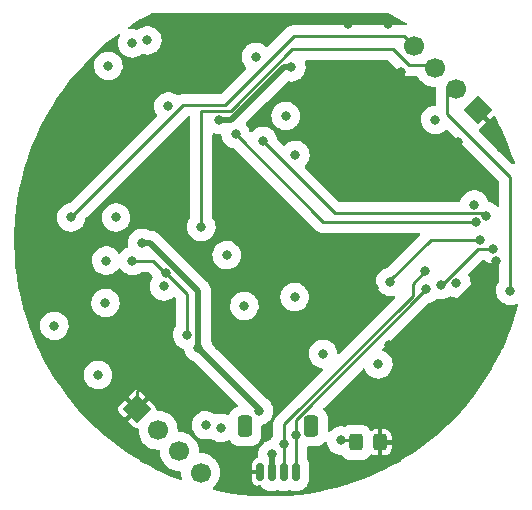
<source format=gbr>
%TF.GenerationSoftware,KiCad,Pcbnew,(6.0.4-0)*%
%TF.CreationDate,2022-12-23T16:58:16+01:00*%
%TF.ProjectId,RoundScanner,526f756e-6453-4636-916e-6e65722e6b69,2*%
%TF.SameCoordinates,Original*%
%TF.FileFunction,Copper,L4,Bot*%
%TF.FilePolarity,Positive*%
%FSLAX46Y46*%
G04 Gerber Fmt 4.6, Leading zero omitted, Abs format (unit mm)*
G04 Created by KiCad (PCBNEW (6.0.4-0)) date 2022-12-23 16:58:16*
%MOMM*%
%LPD*%
G01*
G04 APERTURE LIST*
G04 Aperture macros list*
%AMRoundRect*
0 Rectangle with rounded corners*
0 $1 Rounding radius*
0 $2 $3 $4 $5 $6 $7 $8 $9 X,Y pos of 4 corners*
0 Add a 4 corners polygon primitive as box body*
4,1,4,$2,$3,$4,$5,$6,$7,$8,$9,$2,$3,0*
0 Add four circle primitives for the rounded corners*
1,1,$1+$1,$2,$3*
1,1,$1+$1,$4,$5*
1,1,$1+$1,$6,$7*
1,1,$1+$1,$8,$9*
0 Add four rect primitives between the rounded corners*
20,1,$1+$1,$2,$3,$4,$5,0*
20,1,$1+$1,$4,$5,$6,$7,0*
20,1,$1+$1,$6,$7,$8,$9,0*
20,1,$1+$1,$8,$9,$2,$3,0*%
%AMHorizOval*
0 Thick line with rounded ends*
0 $1 width*
0 $2 $3 position (X,Y) of the first rounded end (center of the circle)*
0 $4 $5 position (X,Y) of the second rounded end (center of the circle)*
0 Add line between two ends*
20,1,$1,$2,$3,$4,$5,0*
0 Add two circle primitives to create the rounded ends*
1,1,$1,$2,$3*
1,1,$1,$4,$5*%
%AMRotRect*
0 Rectangle, with rotation*
0 The origin of the aperture is its center*
0 $1 length*
0 $2 width*
0 $3 Rotation angle, in degrees counterclockwise*
0 Add horizontal line*
21,1,$1,$2,0,0,$3*%
G04 Aperture macros list end*
%TA.AperFunction,ComponentPad*%
%ADD10C,3.500000*%
%TD*%
%TA.AperFunction,ComponentPad*%
%ADD11RotRect,1.700000X1.700000X45.000000*%
%TD*%
%TA.AperFunction,ComponentPad*%
%ADD12HorizOval,1.700000X0.000000X0.000000X0.000000X0.000000X0*%
%TD*%
%TA.AperFunction,ComponentPad*%
%ADD13RotRect,1.700000X1.700000X225.000000*%
%TD*%
%TA.AperFunction,ComponentPad*%
%ADD14HorizOval,1.700000X0.000000X0.000000X0.000000X0.000000X0*%
%TD*%
%TA.AperFunction,SMDPad,CuDef*%
%ADD15RoundRect,0.150000X-0.150000X-0.625000X0.150000X-0.625000X0.150000X0.625000X-0.150000X0.625000X0*%
%TD*%
%TA.AperFunction,SMDPad,CuDef*%
%ADD16RoundRect,0.250000X-0.350000X-0.650000X0.350000X-0.650000X0.350000X0.650000X-0.350000X0.650000X0*%
%TD*%
%TA.AperFunction,SMDPad,CuDef*%
%ADD17RoundRect,0.250000X0.325000X0.450000X-0.325000X0.450000X-0.325000X-0.450000X0.325000X-0.450000X0*%
%TD*%
%TA.AperFunction,ViaPad*%
%ADD18C,0.800000*%
%TD*%
%TA.AperFunction,Conductor*%
%ADD19C,0.500000*%
%TD*%
%TA.AperFunction,Conductor*%
%ADD20C,0.250000*%
%TD*%
G04 APERTURE END LIST*
D10*
%TO.P,H2,1,1*%
%TO.N,GND*%
X72136000Y-97556000D03*
%TD*%
%TO.P,H1,1,1*%
%TO.N,GND*%
X103632000Y-115717000D03*
%TD*%
D11*
%TO.P,J4,1,Pin_1*%
%TO.N,GND*%
X106831000Y-96319000D03*
D12*
%TO.P,J4,2,Pin_2*%
%TO.N,LED RESET*%
X105034949Y-94522949D03*
%TO.P,J4,3,Pin_3*%
%TO.N,AS7341_INT*%
X103238898Y-92726898D03*
%TO.P,J4,4,Pin_4*%
%TO.N,DRDY_INT*%
X101442846Y-90930846D03*
%TD*%
D13*
%TO.P,J1,1,Pin_1*%
%TO.N,GND*%
X77975672Y-121628317D03*
D14*
%TO.P,J1,2,Pin_2*%
%TO.N,+3V3*%
X79771723Y-123424368D03*
%TO.P,J1,3,Pin_3*%
%TO.N,SDA*%
X81567774Y-125220419D03*
%TO.P,J1,4,Pin_4*%
%TO.N,SCL*%
X83363826Y-127016471D03*
%TD*%
D15*
%TO.P,J3,1,Pin_1*%
%TO.N,GND*%
X88416000Y-126968000D03*
%TO.P,J3,2,Pin_2*%
%TO.N,+3V3*%
X89416000Y-126968000D03*
%TO.P,J3,3,Pin_3*%
%TO.N,SDA*%
X90416000Y-126968000D03*
%TO.P,J3,4,Pin_4*%
%TO.N,SCL*%
X91416000Y-126968000D03*
D16*
%TO.P,J3,MP*%
%TO.N,N/C*%
X87116000Y-123093000D03*
X92716000Y-123093000D03*
%TD*%
D17*
%TO.P,D2,1,K*%
%TO.N,GND*%
X98561000Y-124460000D03*
%TO.P,D2,2,A*%
%TO.N,Net-(D2-Pad2)*%
X96511000Y-124460000D03*
%TD*%
D18*
%TO.N,+2V5*%
X78411285Y-107574192D03*
X84963000Y-97155000D03*
X88331000Y-121769000D03*
X83185000Y-116459000D03*
X91059000Y-92710000D03*
%TO.N,Net-(C2-Pad2)*%
X88048500Y-91816701D03*
X103251000Y-97155000D03*
%TO.N,+3V3*%
X90574204Y-96811500D03*
X89408000Y-125476000D03*
X76200000Y-105410000D03*
X106531000Y-104319000D03*
X74676000Y-118745000D03*
X93726000Y-116967000D03*
X85581500Y-108601386D03*
X70992059Y-114597111D03*
X105029000Y-110998000D03*
X91402051Y-100123252D03*
X91331250Y-112159250D03*
%TO.N,SDA*%
X75381000Y-109069000D03*
X102362000Y-109982000D03*
X90444044Y-124626500D03*
X83819942Y-123004567D03*
X80264000Y-111252000D03*
%TO.N,Net-(C8-Pad1)*%
X80645000Y-96012000D03*
X78867000Y-90424000D03*
%TO.N,LED RESET*%
X109601000Y-111633000D03*
%TO.N,Net-(R25-Pad1)*%
X103692257Y-111133368D03*
X108157333Y-108095500D03*
%TO.N,Net-(R26-Pad1)*%
X107061000Y-107315000D03*
X99441000Y-110871000D03*
%TO.N,Net-(R27-Pad1)*%
X106680000Y-105791000D03*
X86331000Y-98369000D03*
%TO.N,Net-(R28-Pad1)*%
X107569000Y-105283000D03*
X88646000Y-98933000D03*
%TO.N,DRDY_INT*%
X72390000Y-105410000D03*
%TO.N,SCL*%
X102487287Y-111476921D03*
X85059987Y-123220013D03*
X75315299Y-112644701D03*
X91440000Y-123825000D03*
%TO.N,Net-(D2-Pad2)*%
X95250000Y-124297497D03*
%TO.N,+1V8*%
X80455236Y-110119477D03*
X77597000Y-109093000D03*
X82231000Y-115369000D03*
%TO.N,/ADC/AIN2+*%
X75565000Y-92583000D03*
X98425000Y-117856000D03*
%TO.N,/ADC/AIN2-*%
X87080500Y-112919448D03*
X77597000Y-90678000D03*
%TO.N,GND*%
X105029000Y-119380000D03*
X87249000Y-127000000D03*
X99231000Y-89019000D03*
X102235000Y-117983000D03*
X78740000Y-125603000D03*
X84963000Y-116332000D03*
X89916000Y-89027000D03*
X107696000Y-98171000D03*
X85852000Y-92837000D03*
X108380648Y-109069736D03*
X98679000Y-102362000D03*
X99314000Y-116205000D03*
X95885000Y-89027000D03*
X104648000Y-100330000D03*
X76454000Y-123825000D03*
X101981000Y-122809000D03*
X98044000Y-111379000D03*
X98298000Y-101092000D03*
X69977000Y-99949000D03*
X84201000Y-109450886D03*
X105156000Y-99060000D03*
X95504000Y-113538000D03*
X80518000Y-103251000D03*
X95885000Y-99949000D03*
X106934000Y-115316000D03*
X85031000Y-107119000D03*
X78613000Y-102489000D03*
X106934000Y-117856000D03*
X108839000Y-99568000D03*
X99060000Y-107823000D03*
X103378000Y-98806000D03*
X97028000Y-102489000D03*
X84328000Y-88773000D03*
X100330000Y-93091000D03*
X76581000Y-119507000D03*
X97790000Y-98679000D03*
X73025000Y-94234000D03*
X100203000Y-123952000D03*
X79375000Y-104775000D03*
X79502000Y-118618000D03*
%TO.N,AS7341_INT*%
X83439000Y-106238498D03*
%TD*%
D19*
%TO.N,+2V5*%
X84963000Y-97155000D02*
X85979000Y-97155000D01*
X85979000Y-97155000D02*
X90424000Y-92710000D01*
X83185000Y-116459000D02*
X88331000Y-121605000D01*
X79126192Y-107574192D02*
X78411285Y-107574192D01*
X83185000Y-116459000D02*
X83181000Y-116455000D01*
X83181000Y-111629000D02*
X79126192Y-107574192D01*
X83181000Y-116455000D02*
X83181000Y-111629000D01*
X88331000Y-121605000D02*
X88331000Y-121769000D01*
X90424000Y-92710000D02*
X91059000Y-92710000D01*
%TO.N,+3V3*%
X89408000Y-126960000D02*
X89416000Y-126968000D01*
X89408000Y-125476000D02*
X89408000Y-126960000D01*
D20*
%TO.N,SDA*%
X90416000Y-126968000D02*
X90444044Y-126939956D01*
X90444044Y-122915956D02*
X90444044Y-124626500D01*
X90444044Y-126939956D02*
X90444044Y-124626500D01*
X101316589Y-111027411D02*
X101316589Y-112043411D01*
X102362000Y-109982000D02*
X101316589Y-111027411D01*
X101316589Y-112043411D02*
X90444044Y-122915956D01*
%TO.N,LED RESET*%
X109601000Y-111633000D02*
X109601000Y-102031439D01*
X104251278Y-96681717D02*
X104251278Y-94253633D01*
X109601000Y-102031439D02*
X104251278Y-96681717D01*
%TO.N,Net-(R25-Pad1)*%
X108157333Y-108095500D02*
X106854500Y-108095500D01*
X103816632Y-111133368D02*
X103692257Y-111133368D01*
X106854500Y-108095500D02*
X103816632Y-111133368D01*
%TO.N,Net-(R26-Pad1)*%
X102870000Y-107315000D02*
X99441000Y-110744000D01*
X107061000Y-107315000D02*
X102870000Y-107315000D01*
X99441000Y-110744000D02*
X99441000Y-110871000D01*
%TO.N,Net-(R27-Pad1)*%
X106680000Y-105791000D02*
X93753000Y-105791000D01*
X93753000Y-105791000D02*
X86331000Y-98369000D01*
%TO.N,Net-(R28-Pad1)*%
X94756501Y-105043501D02*
X88646000Y-98933000D01*
X107329501Y-105043501D02*
X94756501Y-105043501D01*
X107569000Y-105283000D02*
X107329501Y-105043501D01*
%TO.N,DRDY_INT*%
X85431000Y-95919000D02*
X81881000Y-95919000D01*
X100592846Y-90080846D02*
X91269154Y-90080846D01*
X101442846Y-90930846D02*
X100592846Y-90080846D01*
X81881000Y-95919000D02*
X72390000Y-105410000D01*
X91269154Y-90080846D02*
X85431000Y-95919000D01*
%TO.N,SCL*%
X91440000Y-123825000D02*
X91440000Y-126944000D01*
X91440000Y-122555704D02*
X91440000Y-123825000D01*
X102487287Y-111508417D02*
X91440000Y-122555704D01*
X91440000Y-126944000D02*
X91416000Y-126968000D01*
%TO.N,Net-(D2-Pad2)*%
X96348497Y-124297497D02*
X95250000Y-124297497D01*
X96511000Y-124460000D02*
X96348497Y-124297497D01*
%TO.N,+1V8*%
X80381477Y-110119477D02*
X80455236Y-110119477D01*
X82231000Y-115369000D02*
X82231000Y-111895241D01*
X77597000Y-109093000D02*
X79355000Y-109093000D01*
X79355000Y-109093000D02*
X80381477Y-110119477D01*
X82231000Y-111895241D02*
X80455236Y-110119477D01*
%TO.N,GND*%
X104293384Y-113157000D02*
X104293384Y-114336210D01*
X77975672Y-121628317D02*
X77975672Y-120144328D01*
X98561000Y-124460000D02*
X99695000Y-124460000D01*
X99695000Y-124460000D02*
X100203000Y-123952000D01*
X77975672Y-120144328D02*
X79502000Y-118618000D01*
X104293384Y-113157000D02*
X108380648Y-109069736D01*
%TO.N,AS7341_INT*%
X101055898Y-92546898D02*
X102706898Y-92546898D01*
X91135518Y-91186000D02*
X99695000Y-91186000D01*
X83439000Y-96393000D02*
X85928518Y-96393000D01*
X99695000Y-91186000D02*
X101055898Y-92546898D01*
X85928518Y-96393000D02*
X91135518Y-91186000D01*
X83439000Y-106238498D02*
X83439000Y-96393000D01*
%TD*%
%TA.AperFunction,Conductor*%
%TO.N,GND*%
G36*
X99414045Y-88150756D02*
G01*
X100033095Y-88486703D01*
X100037732Y-88489350D01*
X100624188Y-88840777D01*
X100765536Y-88925479D01*
X100813687Y-88977651D01*
X100825988Y-89047574D01*
X100798533Y-89113047D01*
X100740039Y-89153283D01*
X100694174Y-89159386D01*
X100687061Y-89159013D01*
X100668783Y-89158055D01*
X100662210Y-89157538D01*
X100644624Y-89155690D01*
X100644622Y-89155690D01*
X100641350Y-89155346D01*
X100620382Y-89155346D01*
X100613788Y-89155173D01*
X100550735Y-89151868D01*
X100550730Y-89151868D01*
X100544143Y-89151523D01*
X100529797Y-89153795D01*
X100510088Y-89155346D01*
X91351913Y-89155346D01*
X91332204Y-89153795D01*
X91317858Y-89151523D01*
X91311270Y-89151868D01*
X91311266Y-89151868D01*
X91248206Y-89155173D01*
X91241612Y-89155346D01*
X91220650Y-89155346D01*
X91217379Y-89155690D01*
X91217376Y-89155690D01*
X91199799Y-89157537D01*
X91193224Y-89158054D01*
X91130172Y-89161358D01*
X91130168Y-89161359D01*
X91123577Y-89161704D01*
X91109534Y-89165467D01*
X91090116Y-89169066D01*
X91075672Y-89170584D01*
X91009324Y-89192141D01*
X91003086Y-89193990D01*
X90935657Y-89212058D01*
X90929774Y-89215056D01*
X90929773Y-89215056D01*
X90922717Y-89218651D01*
X90904454Y-89226216D01*
X90890646Y-89230702D01*
X90884930Y-89234002D01*
X90884928Y-89234003D01*
X90830235Y-89265580D01*
X90824437Y-89268728D01*
X90792252Y-89285127D01*
X90762314Y-89300381D01*
X90757182Y-89304536D01*
X90757180Y-89304538D01*
X90751027Y-89309520D01*
X90734742Y-89320713D01*
X90722162Y-89327976D01*
X90717253Y-89332396D01*
X90717249Y-89332399D01*
X90670333Y-89374642D01*
X90665318Y-89378926D01*
X90663261Y-89380592D01*
X90649024Y-89392121D01*
X90634209Y-89406936D01*
X90629425Y-89411477D01*
X90583949Y-89452424D01*
X90577585Y-89458154D01*
X90569045Y-89469909D01*
X90556214Y-89484931D01*
X89075189Y-90965956D01*
X89012877Y-90999982D01*
X88942061Y-90994917D01*
X88900565Y-90969385D01*
X88786695Y-90864124D01*
X88786689Y-90864119D01*
X88782449Y-90860200D01*
X88595850Y-90742465D01*
X88390921Y-90660707D01*
X88385261Y-90659581D01*
X88385257Y-90659580D01*
X88180191Y-90618790D01*
X88180188Y-90618790D01*
X88174524Y-90617663D01*
X88168749Y-90617587D01*
X88168745Y-90617587D01*
X88058004Y-90616138D01*
X87953906Y-90614775D01*
X87948209Y-90615754D01*
X87948208Y-90615754D01*
X87742154Y-90651160D01*
X87742153Y-90651160D01*
X87736457Y-90652139D01*
X87529457Y-90728505D01*
X87339841Y-90841315D01*
X87173957Y-90986791D01*
X87037363Y-91160061D01*
X86934631Y-91355321D01*
X86869203Y-91566034D01*
X86843270Y-91785141D01*
X86857700Y-92005305D01*
X86859121Y-92010901D01*
X86859122Y-92010906D01*
X86894043Y-92148405D01*
X86912011Y-92219153D01*
X86914428Y-92224395D01*
X86914428Y-92224396D01*
X86941084Y-92282216D01*
X87004383Y-92419522D01*
X87131722Y-92599703D01*
X87197167Y-92663457D01*
X87232004Y-92725317D01*
X87227867Y-92796193D01*
X87198340Y-92842805D01*
X85084550Y-94956595D01*
X85022238Y-94990621D01*
X84995455Y-94993500D01*
X81963758Y-94993500D01*
X81944049Y-94991949D01*
X81929703Y-94989677D01*
X81923116Y-94990022D01*
X81923111Y-94990022D01*
X81860058Y-94993327D01*
X81853464Y-94993500D01*
X81832496Y-94993500D01*
X81829224Y-94993844D01*
X81829222Y-94993844D01*
X81811636Y-94995692D01*
X81805062Y-94996209D01*
X81742017Y-94999513D01*
X81742014Y-94999514D01*
X81735422Y-94999859D01*
X81721393Y-95003618D01*
X81701951Y-95007221D01*
X81687518Y-95008738D01*
X81621196Y-95030287D01*
X81614885Y-95032157D01*
X81547503Y-95050212D01*
X81541623Y-95053208D01*
X81534563Y-95056805D01*
X81516300Y-95064370D01*
X81502492Y-95068856D01*
X81501764Y-95069276D01*
X81433518Y-95078427D01*
X81379129Y-95055214D01*
X81378949Y-95055499D01*
X81377177Y-95054381D01*
X81192350Y-94937764D01*
X80987421Y-94856006D01*
X80981761Y-94854880D01*
X80981757Y-94854879D01*
X80776691Y-94814089D01*
X80776688Y-94814089D01*
X80771024Y-94812962D01*
X80765249Y-94812886D01*
X80765245Y-94812886D01*
X80654504Y-94811437D01*
X80550406Y-94810074D01*
X80544709Y-94811053D01*
X80544708Y-94811053D01*
X80338654Y-94846459D01*
X80338653Y-94846459D01*
X80332957Y-94847438D01*
X80125957Y-94923804D01*
X80120996Y-94926756D01*
X80120995Y-94926756D01*
X79995250Y-95001567D01*
X79936341Y-95036614D01*
X79770457Y-95182090D01*
X79633863Y-95355360D01*
X79531131Y-95550620D01*
X79465703Y-95761333D01*
X79439770Y-95980440D01*
X79454200Y-96200604D01*
X79455621Y-96206200D01*
X79455622Y-96206205D01*
X79507090Y-96408857D01*
X79508511Y-96414452D01*
X79600883Y-96614821D01*
X79604216Y-96619537D01*
X79653649Y-96689483D01*
X79676630Y-96756657D01*
X79659646Y-96825592D01*
X79639847Y-96851298D01*
X72308818Y-104182327D01*
X72241061Y-104217412D01*
X72077957Y-104245438D01*
X71870957Y-104321804D01*
X71681341Y-104434614D01*
X71515457Y-104580090D01*
X71378863Y-104753360D01*
X71276131Y-104948620D01*
X71210703Y-105159333D01*
X71184770Y-105378440D01*
X71199200Y-105598604D01*
X71200621Y-105604200D01*
X71200622Y-105604205D01*
X71228330Y-105713303D01*
X71253511Y-105812452D01*
X71255928Y-105817694D01*
X71255928Y-105817695D01*
X71294046Y-105900379D01*
X71345883Y-106012821D01*
X71473222Y-106193002D01*
X71631264Y-106346961D01*
X71636060Y-106350166D01*
X71636063Y-106350168D01*
X71720261Y-106406427D01*
X71814717Y-106469540D01*
X71820020Y-106471818D01*
X71820023Y-106471820D01*
X72004625Y-106551131D01*
X72017436Y-106556635D01*
X72081601Y-106571154D01*
X72226995Y-106604054D01*
X72227001Y-106604055D01*
X72232632Y-106605329D01*
X72238403Y-106605556D01*
X72238405Y-106605556D01*
X72306211Y-106608220D01*
X72453098Y-106613991D01*
X72578200Y-106595852D01*
X72665738Y-106583160D01*
X72665743Y-106583159D01*
X72671452Y-106582331D01*
X72676916Y-106580476D01*
X72676921Y-106580475D01*
X72874907Y-106513268D01*
X72874912Y-106513266D01*
X72880379Y-106511410D01*
X72885992Y-106508267D01*
X73020920Y-106432703D01*
X73072884Y-106403602D01*
X73107181Y-106375078D01*
X73238086Y-106266204D01*
X73242518Y-106262518D01*
X73288744Y-106206938D01*
X73379908Y-106097326D01*
X73379910Y-106097323D01*
X73383602Y-106092884D01*
X73491410Y-105900379D01*
X73493266Y-105894912D01*
X73493268Y-105894907D01*
X73560475Y-105696921D01*
X73560476Y-105696916D01*
X73562331Y-105691452D01*
X73580903Y-105563366D01*
X73610472Y-105498822D01*
X73616503Y-105492352D01*
X73730415Y-105378440D01*
X74994770Y-105378440D01*
X75009200Y-105598604D01*
X75010621Y-105604200D01*
X75010622Y-105604205D01*
X75038330Y-105713303D01*
X75063511Y-105812452D01*
X75065928Y-105817694D01*
X75065928Y-105817695D01*
X75104046Y-105900379D01*
X75155883Y-106012821D01*
X75283222Y-106193002D01*
X75441264Y-106346961D01*
X75446060Y-106350166D01*
X75446063Y-106350168D01*
X75530261Y-106406427D01*
X75624717Y-106469540D01*
X75630020Y-106471818D01*
X75630023Y-106471820D01*
X75814625Y-106551131D01*
X75827436Y-106556635D01*
X75891601Y-106571154D01*
X76036995Y-106604054D01*
X76037001Y-106604055D01*
X76042632Y-106605329D01*
X76048403Y-106605556D01*
X76048405Y-106605556D01*
X76116211Y-106608220D01*
X76263098Y-106613991D01*
X76388200Y-106595852D01*
X76475738Y-106583160D01*
X76475743Y-106583159D01*
X76481452Y-106582331D01*
X76486916Y-106580476D01*
X76486921Y-106580475D01*
X76684907Y-106513268D01*
X76684912Y-106513266D01*
X76690379Y-106511410D01*
X76695992Y-106508267D01*
X76830920Y-106432703D01*
X76882884Y-106403602D01*
X76917181Y-106375078D01*
X77048086Y-106266204D01*
X77052518Y-106262518D01*
X77098744Y-106206938D01*
X77189908Y-106097326D01*
X77189910Y-106097323D01*
X77193602Y-106092884D01*
X77301410Y-105900379D01*
X77303266Y-105894912D01*
X77303268Y-105894907D01*
X77370475Y-105696921D01*
X77370476Y-105696916D01*
X77372331Y-105691452D01*
X77373159Y-105685743D01*
X77373160Y-105685738D01*
X77403458Y-105476772D01*
X77403991Y-105473098D01*
X77405643Y-105410000D01*
X77385454Y-105190289D01*
X77325565Y-104977936D01*
X77227980Y-104780053D01*
X77095967Y-104603267D01*
X76981479Y-104497435D01*
X76938189Y-104457418D01*
X76938186Y-104457416D01*
X76933949Y-104453499D01*
X76747350Y-104335764D01*
X76542421Y-104254006D01*
X76536761Y-104252880D01*
X76536757Y-104252879D01*
X76331691Y-104212089D01*
X76331688Y-104212089D01*
X76326024Y-104210962D01*
X76320249Y-104210886D01*
X76320245Y-104210886D01*
X76209504Y-104209437D01*
X76105406Y-104208074D01*
X76099709Y-104209053D01*
X76099708Y-104209053D01*
X75893654Y-104244459D01*
X75893653Y-104244459D01*
X75887957Y-104245438D01*
X75680957Y-104321804D01*
X75491341Y-104434614D01*
X75325457Y-104580090D01*
X75188863Y-104753360D01*
X75086131Y-104948620D01*
X75020703Y-105159333D01*
X74994770Y-105378440D01*
X73730415Y-105378440D01*
X82227450Y-96881405D01*
X82289762Y-96847379D01*
X82316545Y-96844500D01*
X82387500Y-96844500D01*
X82455621Y-96864502D01*
X82502114Y-96918158D01*
X82513500Y-96970500D01*
X82513500Y-105429535D01*
X82493498Y-105497656D01*
X82486450Y-105507540D01*
X82427863Y-105581858D01*
X82325131Y-105777118D01*
X82259703Y-105987831D01*
X82233770Y-106206938D01*
X82248200Y-106427102D01*
X82249621Y-106432698D01*
X82249622Y-106432703D01*
X82295664Y-106613991D01*
X82302511Y-106640950D01*
X82304928Y-106646192D01*
X82304928Y-106646193D01*
X82343046Y-106728877D01*
X82394883Y-106841319D01*
X82522222Y-107021500D01*
X82680264Y-107175459D01*
X82685060Y-107178664D01*
X82685063Y-107178666D01*
X82769261Y-107234925D01*
X82863717Y-107298038D01*
X82869020Y-107300316D01*
X82869023Y-107300318D01*
X83061129Y-107382853D01*
X83066436Y-107385133D01*
X83129752Y-107399460D01*
X83275995Y-107432552D01*
X83276001Y-107432553D01*
X83281632Y-107433827D01*
X83287403Y-107434054D01*
X83287405Y-107434054D01*
X83355211Y-107436718D01*
X83502098Y-107442489D01*
X83611275Y-107426659D01*
X83714738Y-107411658D01*
X83714743Y-107411657D01*
X83720452Y-107410829D01*
X83725916Y-107408974D01*
X83725921Y-107408973D01*
X83923907Y-107341766D01*
X83923912Y-107341764D01*
X83929379Y-107339908D01*
X84121884Y-107232100D01*
X84291518Y-107091016D01*
X84359214Y-107009621D01*
X84428908Y-106925824D01*
X84428910Y-106925821D01*
X84432602Y-106921382D01*
X84540410Y-106728877D01*
X84542266Y-106723410D01*
X84542268Y-106723405D01*
X84609475Y-106525419D01*
X84609476Y-106525414D01*
X84611331Y-106519950D01*
X84612159Y-106514241D01*
X84612160Y-106514236D01*
X84642458Y-106305270D01*
X84642991Y-106301596D01*
X84644643Y-106238498D01*
X84624454Y-106018787D01*
X84622772Y-106012821D01*
X84566134Y-105811998D01*
X84564565Y-105806434D01*
X84466980Y-105608551D01*
X84443660Y-105577322D01*
X84389542Y-105504849D01*
X84364810Y-105438299D01*
X84364500Y-105429460D01*
X84364500Y-98395836D01*
X84384502Y-98327715D01*
X84438158Y-98281222D01*
X84508432Y-98271118D01*
X84540238Y-98280069D01*
X84585120Y-98299352D01*
X84585129Y-98299355D01*
X84590436Y-98301635D01*
X84670088Y-98319658D01*
X84799995Y-98349054D01*
X84800001Y-98349055D01*
X84805632Y-98350329D01*
X84811403Y-98350556D01*
X84811405Y-98350556D01*
X85014080Y-98358519D01*
X85081363Y-98381180D01*
X85125713Y-98436620D01*
X85134863Y-98476181D01*
X85139346Y-98544578D01*
X85140200Y-98557604D01*
X85141621Y-98563200D01*
X85141622Y-98563205D01*
X85178326Y-98707725D01*
X85194511Y-98771452D01*
X85286883Y-98971821D01*
X85414222Y-99152002D01*
X85572264Y-99305961D01*
X85577060Y-99309166D01*
X85577063Y-99309168D01*
X85625938Y-99341825D01*
X85755717Y-99428540D01*
X85761020Y-99430818D01*
X85761023Y-99430820D01*
X85953129Y-99513355D01*
X85958436Y-99515635D01*
X86173632Y-99564329D01*
X86179405Y-99564556D01*
X86181107Y-99564780D01*
X86246033Y-99593505D01*
X86253752Y-99600607D01*
X93040054Y-106386909D01*
X93052893Y-106401941D01*
X93061431Y-106413692D01*
X93066333Y-106418105D01*
X93066334Y-106418107D01*
X93113271Y-106460369D01*
X93118055Y-106464910D01*
X93132870Y-106479725D01*
X93135434Y-106481801D01*
X93149164Y-106492920D01*
X93154179Y-106497204D01*
X93201095Y-106539447D01*
X93201099Y-106539450D01*
X93206008Y-106543870D01*
X93218588Y-106551133D01*
X93234873Y-106562326D01*
X93241026Y-106567308D01*
X93246160Y-106571465D01*
X93252044Y-106574463D01*
X93308283Y-106603118D01*
X93314081Y-106606266D01*
X93368774Y-106637843D01*
X93368776Y-106637844D01*
X93374492Y-106641144D01*
X93388299Y-106645630D01*
X93406563Y-106653195D01*
X93413623Y-106656792D01*
X93419503Y-106659788D01*
X93486885Y-106677843D01*
X93493196Y-106679713D01*
X93525577Y-106690234D01*
X93546872Y-106697153D01*
X93559518Y-106701262D01*
X93573951Y-106702779D01*
X93593393Y-106706382D01*
X93607422Y-106710141D01*
X93614014Y-106710486D01*
X93614017Y-106710487D01*
X93677062Y-106713791D01*
X93683636Y-106714308D01*
X93701222Y-106716156D01*
X93701224Y-106716156D01*
X93704496Y-106716500D01*
X93725464Y-106716500D01*
X93732058Y-106716673D01*
X93795111Y-106719978D01*
X93795116Y-106719978D01*
X93801703Y-106720323D01*
X93816049Y-106718051D01*
X93835758Y-106716500D01*
X101855455Y-106716500D01*
X101923576Y-106736502D01*
X101970069Y-106790158D01*
X101980173Y-106860432D01*
X101950679Y-106925012D01*
X101944550Y-106931595D01*
X99206468Y-109669677D01*
X99138710Y-109704762D01*
X99137458Y-109704977D01*
X99128957Y-109706438D01*
X98921957Y-109782804D01*
X98916996Y-109785756D01*
X98916995Y-109785756D01*
X98765612Y-109875820D01*
X98732341Y-109895614D01*
X98566457Y-110041090D01*
X98429863Y-110214360D01*
X98327131Y-110409620D01*
X98261703Y-110620333D01*
X98235770Y-110839440D01*
X98250200Y-111059604D01*
X98251621Y-111065200D01*
X98251622Y-111065205D01*
X98291266Y-111221300D01*
X98304511Y-111273452D01*
X98306928Y-111278694D01*
X98306928Y-111278695D01*
X98382606Y-111442851D01*
X98396883Y-111473821D01*
X98524222Y-111654002D01*
X98682264Y-111807961D01*
X98687060Y-111811166D01*
X98687063Y-111811168D01*
X98824599Y-111903066D01*
X98865717Y-111930540D01*
X98871020Y-111932818D01*
X98871023Y-111932820D01*
X99061730Y-112014754D01*
X99068436Y-112017635D01*
X99124350Y-112030287D01*
X99277995Y-112065054D01*
X99278001Y-112065055D01*
X99283632Y-112066329D01*
X99289403Y-112066556D01*
X99289405Y-112066556D01*
X99357211Y-112069220D01*
X99504098Y-112074991D01*
X99638948Y-112055439D01*
X99680810Y-112049369D01*
X99751096Y-112059389D01*
X99804807Y-112105818D01*
X99824890Y-112173915D01*
X99804969Y-112242060D01*
X99787985Y-112263160D01*
X95134458Y-116916687D01*
X95072146Y-116950713D01*
X95001331Y-116945648D01*
X94944495Y-116903101D01*
X94919892Y-116839121D01*
X94911983Y-116753046D01*
X94911454Y-116747289D01*
X94851565Y-116534936D01*
X94753980Y-116337053D01*
X94730763Y-116305961D01*
X94625420Y-116164891D01*
X94625420Y-116164890D01*
X94621967Y-116160267D01*
X94483739Y-116032490D01*
X94464189Y-116014418D01*
X94464186Y-116014416D01*
X94459949Y-116010499D01*
X94273350Y-115892764D01*
X94068421Y-115811006D01*
X94062761Y-115809880D01*
X94062757Y-115809879D01*
X93857691Y-115769089D01*
X93857688Y-115769089D01*
X93852024Y-115767962D01*
X93846249Y-115767886D01*
X93846245Y-115767886D01*
X93735504Y-115766437D01*
X93631406Y-115765074D01*
X93625709Y-115766053D01*
X93625708Y-115766053D01*
X93419654Y-115801459D01*
X93419653Y-115801459D01*
X93413957Y-115802438D01*
X93206957Y-115878804D01*
X93017341Y-115991614D01*
X92851457Y-116137090D01*
X92714863Y-116310360D01*
X92612131Y-116505620D01*
X92546703Y-116716333D01*
X92520770Y-116935440D01*
X92535200Y-117155604D01*
X92536621Y-117161200D01*
X92536622Y-117161205D01*
X92558165Y-117246029D01*
X92589511Y-117369452D01*
X92681883Y-117569821D01*
X92809222Y-117750002D01*
X92967264Y-117903961D01*
X92972060Y-117907166D01*
X92972063Y-117907168D01*
X93025527Y-117942891D01*
X93150717Y-118026540D01*
X93156020Y-118028818D01*
X93156023Y-118028820D01*
X93345967Y-118110426D01*
X93353436Y-118113635D01*
X93433088Y-118131658D01*
X93562995Y-118161054D01*
X93563001Y-118161055D01*
X93568632Y-118162329D01*
X93574403Y-118162556D01*
X93574405Y-118162556D01*
X93580372Y-118162790D01*
X93588874Y-118163124D01*
X93656156Y-118185784D01*
X93700507Y-118241223D01*
X93707846Y-118311839D01*
X93673023Y-118378122D01*
X89848129Y-122203016D01*
X89833107Y-122215847D01*
X89821352Y-122224387D01*
X89816939Y-122229289D01*
X89816937Y-122229290D01*
X89774675Y-122276227D01*
X89770134Y-122281011D01*
X89755319Y-122295826D01*
X89753243Y-122298390D01*
X89742124Y-122312120D01*
X89737840Y-122317135D01*
X89695597Y-122364051D01*
X89695594Y-122364055D01*
X89691174Y-122368964D01*
X89683913Y-122381541D01*
X89672718Y-122397829D01*
X89667736Y-122403982D01*
X89663579Y-122409116D01*
X89660581Y-122415000D01*
X89631926Y-122471239D01*
X89628778Y-122477037D01*
X89597201Y-122531730D01*
X89593900Y-122537448D01*
X89589414Y-122551255D01*
X89581849Y-122569519D01*
X89575256Y-122582459D01*
X89563803Y-122625204D01*
X89557203Y-122649834D01*
X89555331Y-122656152D01*
X89533782Y-122722474D01*
X89533092Y-122729040D01*
X89532265Y-122736907D01*
X89528662Y-122756349D01*
X89524903Y-122770378D01*
X89524558Y-122776970D01*
X89524557Y-122776973D01*
X89521253Y-122840018D01*
X89520736Y-122846592D01*
X89518888Y-122864178D01*
X89518544Y-122867452D01*
X89518544Y-122888420D01*
X89518371Y-122895014D01*
X89515566Y-122948540D01*
X89514721Y-122964659D01*
X89516957Y-122978773D01*
X89516993Y-122979003D01*
X89518544Y-122998714D01*
X89518544Y-123817537D01*
X89498542Y-123885658D01*
X89491494Y-123895542D01*
X89432907Y-123969860D01*
X89330175Y-124165120D01*
X89318279Y-124203432D01*
X89278976Y-124262557D01*
X89219285Y-124290247D01*
X89095957Y-124311438D01*
X88888957Y-124387804D01*
X88883996Y-124390756D01*
X88883995Y-124390756D01*
X88759924Y-124464571D01*
X88699341Y-124500614D01*
X88533457Y-124646090D01*
X88396863Y-124819360D01*
X88294131Y-125014620D01*
X88277564Y-125067975D01*
X88230787Y-125218623D01*
X88228703Y-125225333D01*
X88202770Y-125444440D01*
X88203148Y-125450206D01*
X88211656Y-125580011D01*
X88217200Y-125664604D01*
X88217709Y-125666607D01*
X88208762Y-125735824D01*
X88163039Y-125790137D01*
X88133350Y-125803292D01*
X88133573Y-125803854D01*
X88001451Y-125856165D01*
X87986620Y-125864522D01*
X87880275Y-125945243D01*
X87868243Y-125957275D01*
X87787522Y-126063620D01*
X87779165Y-126078451D01*
X87729834Y-126203047D01*
X87725881Y-126218612D01*
X87716456Y-126296502D01*
X87716000Y-126304057D01*
X87716000Y-126749885D01*
X87720475Y-126765124D01*
X87721865Y-126766329D01*
X87729548Y-126768000D01*
X88189500Y-126768000D01*
X88257621Y-126788002D01*
X88304114Y-126841658D01*
X88315500Y-126894000D01*
X88315500Y-127042000D01*
X88295498Y-127110121D01*
X88241842Y-127156614D01*
X88189500Y-127168000D01*
X87734115Y-127168000D01*
X87718876Y-127172475D01*
X87717671Y-127173865D01*
X87716000Y-127181548D01*
X87716000Y-127631943D01*
X87716456Y-127639498D01*
X87725881Y-127717388D01*
X87729834Y-127732953D01*
X87779165Y-127857549D01*
X87787522Y-127872380D01*
X87868243Y-127978725D01*
X87880275Y-127990757D01*
X87986620Y-128071478D01*
X88001451Y-128079835D01*
X88126051Y-128129168D01*
X88141603Y-128133118D01*
X88198017Y-128139944D01*
X88212390Y-128137548D01*
X88219429Y-128112542D01*
X88257142Y-128052390D01*
X88321389Y-128022176D01*
X88391771Y-128031493D01*
X88445944Y-128077382D01*
X88452377Y-128088310D01*
X88465429Y-128113277D01*
X88465431Y-128113280D01*
X88468385Y-128118930D01*
X88472414Y-128123870D01*
X88472416Y-128123873D01*
X88539340Y-128205930D01*
X88590429Y-128268571D01*
X88740070Y-128390615D01*
X88911194Y-128480077D01*
X88917322Y-128481834D01*
X88917324Y-128481835D01*
X88950731Y-128491414D01*
X89096813Y-128533302D01*
X89129096Y-128536183D01*
X89208283Y-128543251D01*
X89208289Y-128543251D01*
X89211076Y-128543500D01*
X89620924Y-128543500D01*
X89623711Y-128543251D01*
X89623717Y-128543251D01*
X89702904Y-128536183D01*
X89735187Y-128533302D01*
X89789975Y-128517592D01*
X89881270Y-128491414D01*
X89950730Y-128491414D01*
X90042025Y-128517592D01*
X90096813Y-128533302D01*
X90129096Y-128536183D01*
X90208283Y-128543251D01*
X90208289Y-128543251D01*
X90211076Y-128543500D01*
X90620924Y-128543500D01*
X90623711Y-128543251D01*
X90623717Y-128543251D01*
X90702904Y-128536183D01*
X90735187Y-128533302D01*
X90789975Y-128517592D01*
X90881270Y-128491414D01*
X90950730Y-128491414D01*
X91042025Y-128517592D01*
X91096813Y-128533302D01*
X91129096Y-128536183D01*
X91208283Y-128543251D01*
X91208289Y-128543251D01*
X91211076Y-128543500D01*
X91620924Y-128543500D01*
X91623711Y-128543251D01*
X91623717Y-128543251D01*
X91702904Y-128536183D01*
X91735187Y-128533302D01*
X91881269Y-128491414D01*
X91914676Y-128481835D01*
X91914678Y-128481834D01*
X91920806Y-128480077D01*
X92091930Y-128390615D01*
X92241571Y-128268571D01*
X92292660Y-128205930D01*
X92359584Y-128123873D01*
X92359586Y-128123870D01*
X92363615Y-128118930D01*
X92366571Y-128113277D01*
X92414197Y-128022176D01*
X92453077Y-127947806D01*
X92506302Y-127762187D01*
X92516500Y-127647924D01*
X92516500Y-126288076D01*
X92514427Y-126264843D01*
X92506835Y-126179786D01*
X92506302Y-126173813D01*
X92453077Y-125988194D01*
X92444636Y-125972047D01*
X92379839Y-125848104D01*
X92365500Y-125789728D01*
X92365500Y-124919500D01*
X92385502Y-124851379D01*
X92439158Y-124804886D01*
X92491500Y-124793500D01*
X93156406Y-124793499D01*
X93166336Y-124793499D01*
X93167892Y-124793420D01*
X93167909Y-124793420D01*
X93168003Y-124793415D01*
X93168005Y-124793415D01*
X93172673Y-124793179D01*
X93374623Y-124752459D01*
X93564817Y-124673289D01*
X93736011Y-124558684D01*
X93851768Y-124442927D01*
X93914080Y-124408901D01*
X93984895Y-124413966D01*
X94041731Y-124456513D01*
X94062985Y-124501006D01*
X94076527Y-124554325D01*
X94112089Y-124694352D01*
X94112091Y-124694357D01*
X94113511Y-124699949D01*
X94115928Y-124705191D01*
X94115928Y-124705192D01*
X94119814Y-124713621D01*
X94205883Y-124900318D01*
X94333222Y-125080499D01*
X94491264Y-125234458D01*
X94496060Y-125237663D01*
X94496063Y-125237665D01*
X94584646Y-125296854D01*
X94674717Y-125357037D01*
X94680020Y-125359315D01*
X94680023Y-125359317D01*
X94863638Y-125438204D01*
X94877436Y-125444132D01*
X94957088Y-125462155D01*
X95086995Y-125491551D01*
X95087001Y-125491552D01*
X95092632Y-125492826D01*
X95098403Y-125493053D01*
X95098405Y-125493053D01*
X95253794Y-125499158D01*
X95321077Y-125521819D01*
X95353550Y-125554966D01*
X95370316Y-125580011D01*
X95515989Y-125725684D01*
X95687183Y-125840289D01*
X95877377Y-125919459D01*
X96041776Y-125952607D01*
X96064925Y-125957275D01*
X96079327Y-125960179D01*
X96083993Y-125960415D01*
X96083998Y-125960416D01*
X96084075Y-125960420D01*
X96084093Y-125960420D01*
X96085663Y-125960500D01*
X96087260Y-125960500D01*
X96513006Y-125960499D01*
X96936336Y-125960499D01*
X96937892Y-125960420D01*
X96937909Y-125960420D01*
X96938003Y-125960415D01*
X96938005Y-125960415D01*
X96942673Y-125960179D01*
X96957076Y-125957275D01*
X96980224Y-125952607D01*
X97144623Y-125919459D01*
X97334817Y-125840289D01*
X97506011Y-125725684D01*
X97651684Y-125580011D01*
X97693244Y-125517930D01*
X97710288Y-125492470D01*
X97764805Y-125446990D01*
X97835256Y-125438204D01*
X97879131Y-125454110D01*
X97968983Y-125507248D01*
X97983415Y-125513494D01*
X98127332Y-125555305D01*
X98139919Y-125557604D01*
X98167901Y-125559807D01*
X98172827Y-125560000D01*
X98342885Y-125560000D01*
X98358124Y-125555525D01*
X98359329Y-125554135D01*
X98361000Y-125546452D01*
X98361000Y-125541885D01*
X98761000Y-125541885D01*
X98765475Y-125557124D01*
X98766865Y-125558329D01*
X98774548Y-125560000D01*
X98949173Y-125560000D01*
X98954099Y-125559807D01*
X98982081Y-125557604D01*
X98994668Y-125555305D01*
X99138585Y-125513494D01*
X99153024Y-125507245D01*
X99280729Y-125431721D01*
X99293165Y-125422074D01*
X99398074Y-125317165D01*
X99407721Y-125304729D01*
X99483245Y-125177024D01*
X99489494Y-125162585D01*
X99531305Y-125018668D01*
X99533604Y-125006081D01*
X99535807Y-124978099D01*
X99536000Y-124973173D01*
X99536000Y-124678115D01*
X99531525Y-124662876D01*
X99530135Y-124661671D01*
X99522452Y-124660000D01*
X98779115Y-124660000D01*
X98763876Y-124664475D01*
X98762671Y-124665865D01*
X98761000Y-124673548D01*
X98761000Y-125541885D01*
X98361000Y-125541885D01*
X98361000Y-124241885D01*
X98761000Y-124241885D01*
X98765475Y-124257124D01*
X98766865Y-124258329D01*
X98774548Y-124260000D01*
X99517885Y-124260000D01*
X99533124Y-124255525D01*
X99534329Y-124254135D01*
X99536000Y-124246452D01*
X99536000Y-123946828D01*
X99535807Y-123941901D01*
X99533604Y-123913919D01*
X99531305Y-123901332D01*
X99489494Y-123757415D01*
X99483245Y-123742976D01*
X99407721Y-123615271D01*
X99398074Y-123602835D01*
X99293165Y-123497926D01*
X99280729Y-123488279D01*
X99153024Y-123412755D01*
X99138585Y-123406506D01*
X98994668Y-123364695D01*
X98982081Y-123362396D01*
X98954099Y-123360193D01*
X98949172Y-123360000D01*
X98779115Y-123360000D01*
X98763876Y-123364475D01*
X98762671Y-123365865D01*
X98761000Y-123373548D01*
X98761000Y-124241885D01*
X98361000Y-124241885D01*
X98361000Y-123378115D01*
X98356525Y-123362876D01*
X98355135Y-123361671D01*
X98347452Y-123360000D01*
X98172828Y-123360000D01*
X98167901Y-123360193D01*
X98139919Y-123362396D01*
X98127332Y-123364695D01*
X97983415Y-123406506D01*
X97968983Y-123412752D01*
X97879131Y-123465890D01*
X97810315Y-123483349D01*
X97742984Y-123460832D01*
X97710288Y-123427530D01*
X97669287Y-123366284D01*
X97651684Y-123339989D01*
X97506011Y-123194316D01*
X97334817Y-123079711D01*
X97144623Y-123000541D01*
X96942673Y-122959821D01*
X96938007Y-122959585D01*
X96938002Y-122959584D01*
X96937925Y-122959580D01*
X96937907Y-122959580D01*
X96936337Y-122959500D01*
X96934740Y-122959500D01*
X96508994Y-122959501D01*
X96085664Y-122959501D01*
X96084108Y-122959580D01*
X96084091Y-122959580D01*
X96083997Y-122959585D01*
X96083995Y-122959585D01*
X96079327Y-122959821D01*
X95877377Y-123000541D01*
X95687183Y-123079711D01*
X95682069Y-123083135D01*
X95682057Y-123083141D01*
X95637740Y-123112810D01*
X95570006Y-123134085D01*
X95543070Y-123131687D01*
X95376024Y-123098459D01*
X95370249Y-123098383D01*
X95370245Y-123098383D01*
X95259504Y-123096934D01*
X95155406Y-123095571D01*
X95149709Y-123096550D01*
X95149708Y-123096550D01*
X94943654Y-123131956D01*
X94943653Y-123131956D01*
X94937957Y-123132935D01*
X94730957Y-123209301D01*
X94725996Y-123212253D01*
X94725995Y-123212253D01*
X94695495Y-123230399D01*
X94541341Y-123322111D01*
X94375457Y-123467587D01*
X94359145Y-123488279D01*
X94341450Y-123510725D01*
X94283569Y-123551839D01*
X94212649Y-123555133D01*
X94151206Y-123519562D01*
X94118749Y-123456419D01*
X94116500Y-123432720D01*
X94116499Y-122344246D01*
X94116499Y-122342664D01*
X94116179Y-122336327D01*
X94075459Y-122134377D01*
X93996289Y-121944183D01*
X93881684Y-121772989D01*
X93795722Y-121687027D01*
X93761696Y-121624715D01*
X93766761Y-121553900D01*
X93795722Y-121508837D01*
X97084326Y-118220233D01*
X97146638Y-118186207D01*
X97217453Y-118191272D01*
X97274289Y-118233819D01*
X97287680Y-118258835D01*
X97288511Y-118258452D01*
X97380883Y-118458821D01*
X97508222Y-118639002D01*
X97666264Y-118792961D01*
X97671060Y-118796166D01*
X97671063Y-118796168D01*
X97755261Y-118852427D01*
X97849717Y-118915540D01*
X97855020Y-118917818D01*
X97855023Y-118917820D01*
X98047129Y-119000355D01*
X98052436Y-119002635D01*
X98106308Y-119014825D01*
X98261995Y-119050054D01*
X98262001Y-119050055D01*
X98267632Y-119051329D01*
X98273403Y-119051556D01*
X98273405Y-119051556D01*
X98341211Y-119054220D01*
X98488098Y-119059991D01*
X98597275Y-119044161D01*
X98700738Y-119029160D01*
X98700743Y-119029159D01*
X98706452Y-119028331D01*
X98711916Y-119026476D01*
X98711921Y-119026475D01*
X98909907Y-118959268D01*
X98909912Y-118959266D01*
X98915379Y-118957410D01*
X98947887Y-118939205D01*
X98995875Y-118912330D01*
X99107884Y-118849602D01*
X99153370Y-118811772D01*
X99273086Y-118712204D01*
X99277518Y-118708518D01*
X99418602Y-118538884D01*
X99526410Y-118346379D01*
X99528266Y-118340912D01*
X99528268Y-118340907D01*
X99595475Y-118142921D01*
X99595476Y-118142916D01*
X99597331Y-118137452D01*
X99598159Y-118131743D01*
X99598160Y-118131738D01*
X99625541Y-117942891D01*
X99628991Y-117919098D01*
X99630643Y-117856000D01*
X99610454Y-117636289D01*
X99604578Y-117615452D01*
X99552134Y-117429500D01*
X99550565Y-117423936D01*
X99452980Y-117226053D01*
X99404556Y-117161205D01*
X99324420Y-117053891D01*
X99324420Y-117053890D01*
X99320967Y-117049267D01*
X99158949Y-116899499D01*
X98972350Y-116781764D01*
X98963740Y-116778329D01*
X98828654Y-116724435D01*
X98772794Y-116680614D01*
X98749494Y-116613550D01*
X98766150Y-116544535D01*
X98786249Y-116518310D01*
X102606476Y-112698083D01*
X102668788Y-112664057D01*
X102677481Y-112662484D01*
X102768739Y-112649252D01*
X102774203Y-112647397D01*
X102774208Y-112647396D01*
X102972194Y-112580189D01*
X102972199Y-112580187D01*
X102977666Y-112578331D01*
X102986886Y-112573168D01*
X103130128Y-112492948D01*
X103170171Y-112470523D01*
X103185147Y-112458068D01*
X103314379Y-112350586D01*
X103334458Y-112333886D01*
X103399622Y-112305705D01*
X103442833Y-112307867D01*
X103534889Y-112328697D01*
X103540660Y-112328924D01*
X103540662Y-112328924D01*
X103608468Y-112331588D01*
X103755355Y-112337359D01*
X103864532Y-112321529D01*
X103967995Y-112306528D01*
X103968000Y-112306527D01*
X103973709Y-112305699D01*
X103979173Y-112303844D01*
X103979178Y-112303843D01*
X104177164Y-112236636D01*
X104177169Y-112236634D01*
X104182636Y-112234778D01*
X104190140Y-112230576D01*
X104291315Y-112173915D01*
X104375141Y-112126970D01*
X104397586Y-112108302D01*
X104462752Y-112080122D01*
X104527894Y-112089409D01*
X104621895Y-112129795D01*
X104656436Y-112144635D01*
X104721025Y-112159250D01*
X104865995Y-112192054D01*
X104866001Y-112192055D01*
X104871632Y-112193329D01*
X104877403Y-112193556D01*
X104877405Y-112193556D01*
X104945211Y-112196220D01*
X105092098Y-112201991D01*
X105201275Y-112186161D01*
X105304738Y-112171160D01*
X105304743Y-112171159D01*
X105310452Y-112170331D01*
X105315916Y-112168476D01*
X105315921Y-112168475D01*
X105513907Y-112101268D01*
X105513912Y-112101266D01*
X105519379Y-112099410D01*
X105528897Y-112094080D01*
X105643575Y-112029857D01*
X105711884Y-111991602D01*
X105721596Y-111983525D01*
X105877086Y-111854204D01*
X105881518Y-111850518D01*
X105984093Y-111727186D01*
X106018908Y-111685326D01*
X106018910Y-111685323D01*
X106022602Y-111680884D01*
X106106376Y-111531295D01*
X106127586Y-111493422D01*
X106127587Y-111493420D01*
X106130410Y-111488379D01*
X106132266Y-111482912D01*
X106132268Y-111482907D01*
X106199475Y-111284921D01*
X106199476Y-111284916D01*
X106201331Y-111279452D01*
X106202159Y-111273743D01*
X106202160Y-111273738D01*
X106221549Y-111140011D01*
X106232991Y-111061098D01*
X106234643Y-110998000D01*
X106214454Y-110778289D01*
X106154565Y-110565936D01*
X106056980Y-110368053D01*
X106051188Y-110360296D01*
X106050541Y-110358558D01*
X106050505Y-110358498D01*
X106050517Y-110358491D01*
X106026453Y-110293748D01*
X106041623Y-110224391D01*
X106063047Y-110195808D01*
X107200950Y-109057905D01*
X107263262Y-109023879D01*
X107290045Y-109021000D01*
X107343223Y-109021000D01*
X107413225Y-109042235D01*
X107582050Y-109155040D01*
X107587353Y-109157318D01*
X107587356Y-109157320D01*
X107639892Y-109179891D01*
X107784769Y-109242135D01*
X107827646Y-109251837D01*
X107994328Y-109289554D01*
X107994334Y-109289555D01*
X107999965Y-109290829D01*
X108005736Y-109291056D01*
X108005738Y-109291056D01*
X108073544Y-109293720D01*
X108220431Y-109299491D01*
X108329608Y-109283661D01*
X108433071Y-109268660D01*
X108433076Y-109268659D01*
X108438785Y-109267831D01*
X108444249Y-109265976D01*
X108444254Y-109265975D01*
X108508999Y-109243997D01*
X108579934Y-109241041D01*
X108641207Y-109276905D01*
X108673363Y-109340202D01*
X108675500Y-109363310D01*
X108675500Y-110824037D01*
X108655498Y-110892158D01*
X108648450Y-110902042D01*
X108589863Y-110976360D01*
X108487131Y-111171620D01*
X108421703Y-111382333D01*
X108395770Y-111601440D01*
X108410200Y-111821604D01*
X108411621Y-111827200D01*
X108411622Y-111827205D01*
X108441614Y-111945296D01*
X108464511Y-112035452D01*
X108466928Y-112040694D01*
X108466928Y-112040695D01*
X108498325Y-112108799D01*
X108556883Y-112235821D01*
X108684222Y-112416002D01*
X108842264Y-112569961D01*
X108847060Y-112573166D01*
X108847063Y-112573168D01*
X108958154Y-112647396D01*
X109025717Y-112692540D01*
X109031020Y-112694818D01*
X109031023Y-112694820D01*
X109198531Y-112766787D01*
X109228436Y-112779635D01*
X109308088Y-112797658D01*
X109437995Y-112827054D01*
X109438001Y-112827055D01*
X109443632Y-112828329D01*
X109449403Y-112828556D01*
X109449405Y-112828556D01*
X109517211Y-112831220D01*
X109664098Y-112836991D01*
X109788283Y-112818985D01*
X109876738Y-112806160D01*
X109876743Y-112806159D01*
X109882452Y-112805331D01*
X109887916Y-112803476D01*
X109887921Y-112803475D01*
X110091379Y-112734410D01*
X110092179Y-112736765D01*
X110151984Y-112728763D01*
X110216273Y-112758887D01*
X110254071Y-112818985D01*
X110254959Y-112884301D01*
X110198159Y-113108052D01*
X110195416Y-113118857D01*
X110193988Y-113124018D01*
X110082110Y-113497219D01*
X109929781Y-114005352D01*
X109928129Y-114010465D01*
X109626586Y-114879727D01*
X109624717Y-114884765D01*
X109498227Y-115204648D01*
X109304053Y-115695697D01*
X109286390Y-115740364D01*
X109284312Y-115745309D01*
X108934744Y-116529753D01*
X108909796Y-116585738D01*
X108907506Y-116590594D01*
X108813413Y-116779624D01*
X108497524Y-117414234D01*
X108495028Y-117418993D01*
X108071392Y-118186207D01*
X108050271Y-118224457D01*
X108047578Y-118229097D01*
X107568904Y-119014825D01*
X107566015Y-119019348D01*
X107054239Y-119784007D01*
X107051177Y-119788376D01*
X106507295Y-120530475D01*
X106504038Y-120534727D01*
X105928986Y-121252987D01*
X105925541Y-121257107D01*
X105406395Y-121851689D01*
X105320408Y-121950170D01*
X105316792Y-121954137D01*
X104686161Y-122617086D01*
X104682642Y-122620785D01*
X104678867Y-122624587D01*
X104319806Y-122971175D01*
X104016885Y-123263573D01*
X104012940Y-123267222D01*
X103663549Y-123576812D01*
X103355610Y-123849673D01*
X103324309Y-123877408D01*
X103320216Y-123880882D01*
X102651901Y-124424004D01*
X102606188Y-124461154D01*
X102601949Y-124464451D01*
X101863847Y-125013737D01*
X101859493Y-125016835D01*
X101534704Y-125237665D01*
X101098613Y-125534170D01*
X101094106Y-125537096D01*
X100789574Y-125725684D01*
X100365672Y-125988194D01*
X100311876Y-126021508D01*
X100307253Y-126024236D01*
X100210741Y-126078451D01*
X99505078Y-126474853D01*
X99500338Y-126477384D01*
X98927038Y-126768000D01*
X98712901Y-126876550D01*
X98679692Y-126893384D01*
X98674848Y-126895711D01*
X97837205Y-127276342D01*
X97832267Y-127278460D01*
X96979157Y-127623030D01*
X96974132Y-127624936D01*
X96107110Y-127932815D01*
X96102009Y-127934505D01*
X95786867Y-128031493D01*
X95270620Y-128190373D01*
X95222647Y-128205137D01*
X95217482Y-128206607D01*
X94327340Y-128439508D01*
X94322156Y-128440747D01*
X93908508Y-128530322D01*
X93422912Y-128635477D01*
X93417637Y-128636502D01*
X92858119Y-128732896D01*
X92510907Y-128792714D01*
X92505625Y-128793509D01*
X91593057Y-128910916D01*
X91587738Y-128911486D01*
X90952698Y-128965788D01*
X90670988Y-128989877D01*
X90665626Y-128990220D01*
X89746417Y-129029450D01*
X89741044Y-129029565D01*
X88820956Y-129029565D01*
X88815583Y-129029450D01*
X87896374Y-128990220D01*
X87891012Y-128989877D01*
X87609302Y-128965788D01*
X86974262Y-128911486D01*
X86968943Y-128910916D01*
X86056375Y-128793509D01*
X86051093Y-128792714D01*
X85703881Y-128732896D01*
X85144363Y-128636502D01*
X85139088Y-128635477D01*
X84486575Y-128494176D01*
X84424231Y-128460209D01*
X84390147Y-128397929D01*
X84395145Y-128327109D01*
X84431412Y-128275219D01*
X84530754Y-128190373D01*
X84530759Y-128190368D01*
X84534515Y-128187160D01*
X84703238Y-127989611D01*
X84838980Y-127768099D01*
X84856633Y-127725483D01*
X84936505Y-127532654D01*
X84936506Y-127532652D01*
X84938399Y-127528081D01*
X84967719Y-127405956D01*
X84997892Y-127280278D01*
X84997893Y-127280272D01*
X84999047Y-127275465D01*
X85019430Y-127016471D01*
X84999047Y-126757477D01*
X84997893Y-126752670D01*
X84997892Y-126752664D01*
X84939554Y-126509673D01*
X84938399Y-126504861D01*
X84889725Y-126387352D01*
X84840875Y-126269417D01*
X84840873Y-126269413D01*
X84838980Y-126264843D01*
X84703238Y-126043331D01*
X84557145Y-125872278D01*
X84537723Y-125849538D01*
X84534515Y-125845782D01*
X84336966Y-125677059D01*
X84115454Y-125541317D01*
X84110884Y-125539424D01*
X84110880Y-125539422D01*
X83880009Y-125443792D01*
X83880007Y-125443791D01*
X83875436Y-125441898D01*
X83787102Y-125420691D01*
X83627633Y-125382405D01*
X83627627Y-125382404D01*
X83622820Y-125381250D01*
X83363826Y-125360867D01*
X83358896Y-125361255D01*
X83358888Y-125361255D01*
X83358456Y-125361289D01*
X83358294Y-125361255D01*
X83353940Y-125361255D01*
X83353940Y-125360340D01*
X83288976Y-125346695D01*
X83238415Y-125296854D01*
X83223938Y-125230305D01*
X83222990Y-125230305D01*
X83222990Y-125225945D01*
X83222956Y-125225789D01*
X83222990Y-125225357D01*
X83222990Y-125225349D01*
X83223378Y-125220419D01*
X83202995Y-124961425D01*
X83201841Y-124956618D01*
X83201840Y-124956612D01*
X83155544Y-124763780D01*
X83142347Y-124708809D01*
X83128615Y-124675656D01*
X83044823Y-124473365D01*
X83044821Y-124473361D01*
X83042928Y-124468791D01*
X82907186Y-124247279D01*
X82738463Y-124049730D01*
X82540914Y-123881007D01*
X82319402Y-123745265D01*
X82314832Y-123743372D01*
X82314828Y-123743370D01*
X82083957Y-123647740D01*
X82083955Y-123647739D01*
X82079384Y-123645846D01*
X81952031Y-123615271D01*
X81831581Y-123586353D01*
X81831575Y-123586352D01*
X81826768Y-123585198D01*
X81567774Y-123564815D01*
X81562844Y-123565203D01*
X81562837Y-123565203D01*
X81562405Y-123565237D01*
X81562243Y-123565203D01*
X81557889Y-123565203D01*
X81557889Y-123564288D01*
X81492925Y-123550643D01*
X81442364Y-123500802D01*
X81427887Y-123434253D01*
X81426939Y-123434253D01*
X81426939Y-123429893D01*
X81426905Y-123429737D01*
X81426939Y-123429305D01*
X81426939Y-123429298D01*
X81427327Y-123424368D01*
X81406944Y-123165374D01*
X81405790Y-123160567D01*
X81405789Y-123160561D01*
X81362145Y-122978773D01*
X81346296Y-122912758D01*
X81336215Y-122888420D01*
X81248772Y-122677314D01*
X81248770Y-122677310D01*
X81246877Y-122672740D01*
X81111135Y-122451228D01*
X80942412Y-122253679D01*
X80744863Y-122084956D01*
X80523351Y-121949214D01*
X80518781Y-121947321D01*
X80518777Y-121947319D01*
X80287906Y-121851689D01*
X80287904Y-121851688D01*
X80283333Y-121849795D01*
X80160066Y-121820201D01*
X80035530Y-121790302D01*
X80035524Y-121790301D01*
X80030717Y-121789147D01*
X79771723Y-121768764D01*
X79766793Y-121769152D01*
X79766792Y-121769152D01*
X79713639Y-121773335D01*
X79644159Y-121758739D01*
X79593600Y-121708896D01*
X79577754Y-121647723D01*
X79577754Y-121574882D01*
X79574689Y-121555530D01*
X79541664Y-121453891D01*
X79532769Y-121436433D01*
X79485769Y-121371743D01*
X79479352Y-121364230D01*
X79013789Y-120898667D01*
X78999845Y-120891053D01*
X78998012Y-120891184D01*
X78991397Y-120895435D01*
X77246023Y-122640809D01*
X77238409Y-122654753D01*
X77238540Y-122656586D01*
X77242791Y-122663201D01*
X77711582Y-123131992D01*
X77719099Y-123138413D01*
X77783789Y-123185414D01*
X77801246Y-123194309D01*
X77902885Y-123227334D01*
X77922237Y-123230399D01*
X77995078Y-123230399D01*
X78063199Y-123250401D01*
X78109692Y-123304057D01*
X78120690Y-123366284D01*
X78119759Y-123378115D01*
X78116119Y-123424368D01*
X78136502Y-123683362D01*
X78137656Y-123688169D01*
X78137657Y-123688175D01*
X78160388Y-123782854D01*
X78197150Y-123935978D01*
X78199043Y-123940549D01*
X78199044Y-123940551D01*
X78288690Y-124156974D01*
X78296569Y-124175996D01*
X78432311Y-124397508D01*
X78601034Y-124595057D01*
X78798583Y-124763780D01*
X79020095Y-124899522D01*
X79024665Y-124901415D01*
X79024669Y-124901417D01*
X79209796Y-124978099D01*
X79260113Y-124998941D01*
X79328424Y-125015341D01*
X79507916Y-125058434D01*
X79507922Y-125058435D01*
X79512729Y-125059589D01*
X79771723Y-125079972D01*
X79776653Y-125079584D01*
X79776660Y-125079584D01*
X79777092Y-125079550D01*
X79777254Y-125079584D01*
X79781608Y-125079584D01*
X79781608Y-125080499D01*
X79846572Y-125094144D01*
X79897133Y-125143985D01*
X79911610Y-125210534D01*
X79912558Y-125210534D01*
X79912558Y-125214894D01*
X79912592Y-125215050D01*
X79912558Y-125215482D01*
X79912558Y-125215489D01*
X79912170Y-125220419D01*
X79932553Y-125479413D01*
X79933707Y-125484220D01*
X79933708Y-125484226D01*
X79957751Y-125584370D01*
X79993201Y-125732029D01*
X79995094Y-125736600D01*
X79995095Y-125736602D01*
X80087837Y-125960499D01*
X80092620Y-125972047D01*
X80228362Y-126193559D01*
X80397085Y-126391108D01*
X80594634Y-126559831D01*
X80816146Y-126695573D01*
X80820716Y-126697466D01*
X80820720Y-126697468D01*
X81051591Y-126793098D01*
X81056164Y-126794992D01*
X81144498Y-126816199D01*
X81303967Y-126854485D01*
X81303973Y-126854486D01*
X81308780Y-126855640D01*
X81567774Y-126876023D01*
X81572704Y-126875635D01*
X81572712Y-126875635D01*
X81573144Y-126875601D01*
X81573306Y-126875635D01*
X81577660Y-126875635D01*
X81577660Y-126876550D01*
X81642624Y-126890195D01*
X81693185Y-126940036D01*
X81707662Y-127006585D01*
X81708610Y-127006585D01*
X81708610Y-127010945D01*
X81708644Y-127011101D01*
X81708610Y-127011533D01*
X81708610Y-127011541D01*
X81708222Y-127016471D01*
X81728605Y-127275465D01*
X81729759Y-127280272D01*
X81729760Y-127280278D01*
X81779211Y-127486254D01*
X81775664Y-127557162D01*
X81734344Y-127614896D01*
X81668371Y-127641126D01*
X81614528Y-127634403D01*
X81601989Y-127629951D01*
X81587865Y-127624935D01*
X81582843Y-127623030D01*
X80729733Y-127278460D01*
X80724795Y-127276342D01*
X79887152Y-126895711D01*
X79882308Y-126893384D01*
X79849100Y-126876550D01*
X79634962Y-126768000D01*
X79061662Y-126477384D01*
X79056922Y-126474853D01*
X78351259Y-126078451D01*
X78254747Y-126024236D01*
X78250124Y-126021508D01*
X78196329Y-125988194D01*
X77772426Y-125725684D01*
X77467894Y-125537096D01*
X77463387Y-125534170D01*
X77027296Y-125237665D01*
X76702507Y-125016835D01*
X76698153Y-125013737D01*
X75960051Y-124464451D01*
X75955812Y-124461154D01*
X75910099Y-124424004D01*
X75241784Y-123880882D01*
X75237691Y-123877408D01*
X75206391Y-123849673D01*
X74898451Y-123576812D01*
X74549060Y-123267222D01*
X74545115Y-123263573D01*
X74242194Y-122971175D01*
X73883133Y-122624587D01*
X73879358Y-122620785D01*
X73875840Y-122617086D01*
X73245208Y-121954137D01*
X73241592Y-121950170D01*
X73155606Y-121851689D01*
X73007229Y-121681752D01*
X76373590Y-121681752D01*
X76376655Y-121701104D01*
X76409680Y-121802743D01*
X76418575Y-121820201D01*
X76465575Y-121884891D01*
X76471992Y-121892404D01*
X76937555Y-122357967D01*
X76951499Y-122365581D01*
X76953332Y-122365450D01*
X76959947Y-122361199D01*
X77680017Y-121641129D01*
X77687631Y-121627185D01*
X77687500Y-121625352D01*
X77683249Y-121618737D01*
X76963180Y-120898668D01*
X76949236Y-120891054D01*
X76947403Y-120891185D01*
X76940788Y-120895436D01*
X76471997Y-121364227D01*
X76465576Y-121371744D01*
X76418575Y-121436434D01*
X76409680Y-121453891D01*
X76376655Y-121555530D01*
X76373590Y-121574882D01*
X76373590Y-121681752D01*
X73007229Y-121681752D01*
X72636459Y-121257107D01*
X72633014Y-121252987D01*
X72113539Y-120604144D01*
X77238408Y-120604144D01*
X77238539Y-120605977D01*
X77242790Y-120612592D01*
X77962860Y-121332662D01*
X77976804Y-121340276D01*
X77978637Y-121340145D01*
X77985252Y-121335894D01*
X78705321Y-120615825D01*
X78712935Y-120601881D01*
X78712804Y-120600048D01*
X78708553Y-120593433D01*
X78239762Y-120124642D01*
X78232245Y-120118221D01*
X78167555Y-120071220D01*
X78150098Y-120062325D01*
X78048459Y-120029300D01*
X78029107Y-120026235D01*
X77922237Y-120026235D01*
X77902885Y-120029300D01*
X77801246Y-120062325D01*
X77783788Y-120071220D01*
X77719098Y-120118220D01*
X77711585Y-120124637D01*
X77246022Y-120590200D01*
X77238408Y-120604144D01*
X72113539Y-120604144D01*
X72057962Y-120534727D01*
X72054705Y-120530475D01*
X71510823Y-119788376D01*
X71507761Y-119784007D01*
X70995985Y-119019348D01*
X70993096Y-119014825D01*
X70809489Y-118713440D01*
X73470770Y-118713440D01*
X73485200Y-118933604D01*
X73486621Y-118939200D01*
X73486622Y-118939205D01*
X73538090Y-119141857D01*
X73539511Y-119147452D01*
X73541928Y-119152694D01*
X73541928Y-119152695D01*
X73580046Y-119235379D01*
X73631883Y-119347821D01*
X73759222Y-119528002D01*
X73917264Y-119681961D01*
X73922060Y-119685166D01*
X73922063Y-119685168D01*
X74006261Y-119741427D01*
X74100717Y-119804540D01*
X74106020Y-119806818D01*
X74106023Y-119806820D01*
X74298129Y-119889355D01*
X74303436Y-119891635D01*
X74383088Y-119909658D01*
X74512995Y-119939054D01*
X74513001Y-119939055D01*
X74518632Y-119940329D01*
X74524403Y-119940556D01*
X74524405Y-119940556D01*
X74592211Y-119943220D01*
X74739098Y-119948991D01*
X74848275Y-119933161D01*
X74951738Y-119918160D01*
X74951743Y-119918159D01*
X74957452Y-119917331D01*
X74962916Y-119915476D01*
X74962921Y-119915475D01*
X75160907Y-119848268D01*
X75160912Y-119848266D01*
X75166379Y-119846410D01*
X75358884Y-119738602D01*
X75528518Y-119597518D01*
X75669602Y-119427884D01*
X75777410Y-119235379D01*
X75779266Y-119229912D01*
X75779268Y-119229907D01*
X75846475Y-119031921D01*
X75846476Y-119031916D01*
X75848331Y-119026452D01*
X75849159Y-119020743D01*
X75849160Y-119020738D01*
X75868346Y-118888413D01*
X75879991Y-118808098D01*
X75881643Y-118745000D01*
X75861454Y-118525289D01*
X75801565Y-118312936D01*
X75703980Y-118115053D01*
X75639587Y-118028820D01*
X75575420Y-117942891D01*
X75575420Y-117942890D01*
X75571967Y-117938267D01*
X75409949Y-117788499D01*
X75223350Y-117670764D01*
X75018421Y-117589006D01*
X75012761Y-117587880D01*
X75012757Y-117587879D01*
X74807691Y-117547089D01*
X74807688Y-117547089D01*
X74802024Y-117545962D01*
X74796249Y-117545886D01*
X74796245Y-117545886D01*
X74685504Y-117544437D01*
X74581406Y-117543074D01*
X74575709Y-117544053D01*
X74575708Y-117544053D01*
X74369654Y-117579459D01*
X74369653Y-117579459D01*
X74363957Y-117580438D01*
X74156957Y-117656804D01*
X73967341Y-117769614D01*
X73801457Y-117915090D01*
X73664863Y-118088360D01*
X73562131Y-118283620D01*
X73496703Y-118494333D01*
X73470770Y-118713440D01*
X70809489Y-118713440D01*
X70514422Y-118229097D01*
X70511729Y-118224457D01*
X70490609Y-118186207D01*
X70066972Y-117418993D01*
X70064476Y-117414234D01*
X69748587Y-116779624D01*
X69654494Y-116590594D01*
X69652204Y-116585738D01*
X69627256Y-116529753D01*
X69277688Y-115745309D01*
X69275610Y-115740364D01*
X69257948Y-115695697D01*
X69063773Y-115204648D01*
X68937283Y-114884765D01*
X68935414Y-114879727D01*
X68826428Y-114565551D01*
X69786829Y-114565551D01*
X69801259Y-114785715D01*
X69802680Y-114791311D01*
X69802681Y-114791316D01*
X69854149Y-114993968D01*
X69855570Y-114999563D01*
X69857987Y-115004805D01*
X69857987Y-115004806D01*
X69896105Y-115087490D01*
X69947942Y-115199932D01*
X70075281Y-115380113D01*
X70233323Y-115534072D01*
X70238119Y-115537277D01*
X70238122Y-115537279D01*
X70322320Y-115593538D01*
X70416776Y-115656651D01*
X70422079Y-115658929D01*
X70422082Y-115658931D01*
X70611623Y-115740364D01*
X70619495Y-115743746D01*
X70699147Y-115761769D01*
X70829054Y-115791165D01*
X70829060Y-115791166D01*
X70834691Y-115792440D01*
X70840462Y-115792667D01*
X70840464Y-115792667D01*
X70908270Y-115795331D01*
X71055157Y-115801102D01*
X71164334Y-115785272D01*
X71267797Y-115770271D01*
X71267802Y-115770270D01*
X71273511Y-115769442D01*
X71278975Y-115767587D01*
X71278980Y-115767586D01*
X71476966Y-115700379D01*
X71476971Y-115700377D01*
X71482438Y-115698521D01*
X71674943Y-115590713D01*
X71844577Y-115449629D01*
X71985661Y-115279995D01*
X72093469Y-115087490D01*
X72095325Y-115082023D01*
X72095327Y-115082018D01*
X72162534Y-114884032D01*
X72162535Y-114884027D01*
X72164390Y-114878563D01*
X72165218Y-114872854D01*
X72165219Y-114872849D01*
X72184405Y-114740524D01*
X72196050Y-114660209D01*
X72197702Y-114597111D01*
X72177513Y-114377400D01*
X72117624Y-114165047D01*
X72020039Y-113967164D01*
X71888026Y-113790378D01*
X71726008Y-113640610D01*
X71539409Y-113522875D01*
X71334480Y-113441117D01*
X71328820Y-113439991D01*
X71328816Y-113439990D01*
X71123750Y-113399200D01*
X71123747Y-113399200D01*
X71118083Y-113398073D01*
X71112308Y-113397997D01*
X71112304Y-113397997D01*
X71001563Y-113396548D01*
X70897465Y-113395185D01*
X70891768Y-113396164D01*
X70891767Y-113396164D01*
X70685713Y-113431570D01*
X70685712Y-113431570D01*
X70680016Y-113432549D01*
X70473016Y-113508915D01*
X70468055Y-113511867D01*
X70468054Y-113511867D01*
X70315997Y-113602332D01*
X70283400Y-113621725D01*
X70117516Y-113767201D01*
X69980922Y-113940471D01*
X69878190Y-114135731D01*
X69812762Y-114346444D01*
X69786829Y-114565551D01*
X68826428Y-114565551D01*
X68633871Y-114010465D01*
X68632219Y-114005352D01*
X68479890Y-113497219D01*
X68368012Y-113124018D01*
X68366584Y-113118857D01*
X68363842Y-113108052D01*
X68238206Y-112613141D01*
X74110069Y-112613141D01*
X74124499Y-112833305D01*
X74125920Y-112838901D01*
X74125921Y-112838906D01*
X74150971Y-112937537D01*
X74178810Y-113047153D01*
X74181227Y-113052395D01*
X74181227Y-113052396D01*
X74219345Y-113135080D01*
X74271182Y-113247522D01*
X74398521Y-113427703D01*
X74556563Y-113581662D01*
X74561359Y-113584867D01*
X74561362Y-113584869D01*
X74644785Y-113640610D01*
X74740016Y-113704241D01*
X74745319Y-113706519D01*
X74745322Y-113706521D01*
X74931390Y-113786462D01*
X74942735Y-113791336D01*
X75022387Y-113809359D01*
X75152294Y-113838755D01*
X75152300Y-113838756D01*
X75157931Y-113840030D01*
X75163702Y-113840257D01*
X75163704Y-113840257D01*
X75231510Y-113842921D01*
X75378397Y-113848692D01*
X75487574Y-113832862D01*
X75591037Y-113817861D01*
X75591042Y-113817860D01*
X75596751Y-113817032D01*
X75602215Y-113815177D01*
X75602220Y-113815176D01*
X75800206Y-113747969D01*
X75800211Y-113747967D01*
X75805678Y-113746111D01*
X75998183Y-113638303D01*
X76036093Y-113606774D01*
X76163385Y-113500905D01*
X76167817Y-113497219D01*
X76229555Y-113422988D01*
X76305207Y-113332027D01*
X76305209Y-113332024D01*
X76308901Y-113327585D01*
X76416709Y-113135080D01*
X76418565Y-113129613D01*
X76418567Y-113129608D01*
X76485774Y-112931622D01*
X76485775Y-112931617D01*
X76487630Y-112926153D01*
X76488458Y-112920444D01*
X76488459Y-112920439D01*
X76511421Y-112762071D01*
X76519290Y-112707799D01*
X76520942Y-112644701D01*
X76500753Y-112424990D01*
X76496889Y-112411287D01*
X76455113Y-112263160D01*
X76440864Y-112212637D01*
X76343279Y-112014754D01*
X76325991Y-111991602D01*
X76214719Y-111842592D01*
X76214719Y-111842591D01*
X76211266Y-111837968D01*
X76084093Y-111720410D01*
X76053488Y-111692119D01*
X76053485Y-111692117D01*
X76049248Y-111688200D01*
X75862649Y-111570465D01*
X75657720Y-111488707D01*
X75652060Y-111487581D01*
X75652056Y-111487580D01*
X75446990Y-111446790D01*
X75446987Y-111446790D01*
X75441323Y-111445663D01*
X75435548Y-111445587D01*
X75435544Y-111445587D01*
X75324803Y-111444138D01*
X75220705Y-111442775D01*
X75215008Y-111443754D01*
X75215007Y-111443754D01*
X75008953Y-111479160D01*
X75008952Y-111479160D01*
X75003256Y-111480139D01*
X74796256Y-111556505D01*
X74791295Y-111559457D01*
X74791294Y-111559457D01*
X74645530Y-111646178D01*
X74606640Y-111669315D01*
X74440756Y-111814791D01*
X74304162Y-111988061D01*
X74201430Y-112183321D01*
X74136002Y-112394034D01*
X74110069Y-112613141D01*
X68238206Y-112613141D01*
X68190443Y-112424990D01*
X68140204Y-112227086D01*
X68138993Y-112221851D01*
X67999575Y-111554507D01*
X67950839Y-111321226D01*
X67949853Y-111315951D01*
X67943839Y-111279452D01*
X67800266Y-110408086D01*
X67799508Y-110402781D01*
X67797327Y-110384785D01*
X67688773Y-109489415D01*
X67688240Y-109484068D01*
X67653333Y-109037440D01*
X74175770Y-109037440D01*
X74190200Y-109257604D01*
X74191621Y-109263200D01*
X74191622Y-109263205D01*
X74200780Y-109299264D01*
X74244511Y-109471452D01*
X74336883Y-109671821D01*
X74464222Y-109852002D01*
X74622264Y-110005961D01*
X74627060Y-110009166D01*
X74627063Y-110009168D01*
X74711261Y-110065427D01*
X74805717Y-110128540D01*
X74811020Y-110130818D01*
X74811023Y-110130820D01*
X75003129Y-110213355D01*
X75008436Y-110215635D01*
X75088088Y-110233658D01*
X75217995Y-110263054D01*
X75218001Y-110263055D01*
X75223632Y-110264329D01*
X75229403Y-110264556D01*
X75229405Y-110264556D01*
X75297211Y-110267220D01*
X75444098Y-110272991D01*
X75553275Y-110257161D01*
X75656738Y-110242160D01*
X75656743Y-110242159D01*
X75662452Y-110241331D01*
X75667916Y-110239476D01*
X75667921Y-110239475D01*
X75865907Y-110172268D01*
X75865912Y-110172266D01*
X75871379Y-110170410D01*
X76063884Y-110062602D01*
X76072538Y-110055405D01*
X76229086Y-109925204D01*
X76233518Y-109921518D01*
X76374602Y-109751884D01*
X76377426Y-109746842D01*
X76379308Y-109744103D01*
X76434374Y-109699291D01*
X76504927Y-109691363D01*
X76568566Y-109722838D01*
X76586047Y-109742747D01*
X76680222Y-109876002D01*
X76838264Y-110029961D01*
X76843060Y-110033166D01*
X76843063Y-110033168D01*
X76927261Y-110089427D01*
X77021717Y-110152540D01*
X77027020Y-110154818D01*
X77027023Y-110154820D01*
X77219129Y-110237355D01*
X77224436Y-110239635D01*
X77304088Y-110257658D01*
X77433995Y-110287054D01*
X77434001Y-110287055D01*
X77439632Y-110288329D01*
X77445403Y-110288556D01*
X77445405Y-110288556D01*
X77513211Y-110291220D01*
X77660098Y-110296991D01*
X77789028Y-110278297D01*
X77872738Y-110266160D01*
X77872743Y-110266159D01*
X77878452Y-110265331D01*
X77883916Y-110263476D01*
X77883921Y-110263475D01*
X78081907Y-110196268D01*
X78081912Y-110196266D01*
X78087379Y-110194410D01*
X78126917Y-110172268D01*
X78210730Y-110125330D01*
X78279884Y-110086602D01*
X78326747Y-110047626D01*
X78391911Y-110019445D01*
X78407317Y-110018500D01*
X78919455Y-110018500D01*
X78987576Y-110038502D01*
X79008550Y-110055405D01*
X79241029Y-110287884D01*
X79274057Y-110345963D01*
X79301504Y-110454033D01*
X79298886Y-110524981D01*
X79278333Y-110563051D01*
X79252863Y-110595360D01*
X79150131Y-110790620D01*
X79084703Y-111001333D01*
X79058770Y-111220440D01*
X79073200Y-111440604D01*
X79074621Y-111446200D01*
X79074622Y-111446205D01*
X79115257Y-111606202D01*
X79127511Y-111654452D01*
X79129928Y-111659694D01*
X79129928Y-111659695D01*
X79196424Y-111803934D01*
X79219883Y-111854821D01*
X79347222Y-112035002D01*
X79505264Y-112188961D01*
X79510060Y-112192166D01*
X79510063Y-112192168D01*
X79615784Y-112262808D01*
X79688717Y-112311540D01*
X79694020Y-112313818D01*
X79694023Y-112313820D01*
X79867886Y-112388517D01*
X79891436Y-112398635D01*
X79947350Y-112411287D01*
X80100995Y-112446054D01*
X80101001Y-112446055D01*
X80106632Y-112447329D01*
X80112403Y-112447556D01*
X80112405Y-112447556D01*
X80180211Y-112450220D01*
X80327098Y-112455991D01*
X80436275Y-112440161D01*
X80539738Y-112425160D01*
X80539743Y-112425159D01*
X80545452Y-112424331D01*
X80550916Y-112422476D01*
X80550921Y-112422475D01*
X80748907Y-112355268D01*
X80748912Y-112355266D01*
X80754379Y-112353410D01*
X80783446Y-112337132D01*
X80876759Y-112284874D01*
X80946884Y-112245602D01*
X80957665Y-112236636D01*
X81036275Y-112171256D01*
X81101440Y-112143075D01*
X81171495Y-112154599D01*
X81205940Y-112179035D01*
X81268595Y-112241690D01*
X81302621Y-112304002D01*
X81305500Y-112330785D01*
X81305500Y-114560037D01*
X81285498Y-114628158D01*
X81278450Y-114638042D01*
X81219863Y-114712360D01*
X81117131Y-114907620D01*
X81051703Y-115118333D01*
X81025770Y-115337440D01*
X81040200Y-115557604D01*
X81041621Y-115563200D01*
X81041622Y-115563205D01*
X81087798Y-115745021D01*
X81094511Y-115771452D01*
X81096928Y-115776694D01*
X81096928Y-115776695D01*
X81108796Y-115802438D01*
X81186883Y-115971821D01*
X81314222Y-116152002D01*
X81472264Y-116305961D01*
X81477060Y-116309166D01*
X81477063Y-116309168D01*
X81623226Y-116406830D01*
X81655717Y-116428540D01*
X81661020Y-116430818D01*
X81661023Y-116430820D01*
X81835125Y-116505620D01*
X81858436Y-116515635D01*
X81895696Y-116524066D01*
X81957722Y-116558609D01*
X81991227Y-116621202D01*
X81993617Y-116638710D01*
X81994200Y-116647604D01*
X81995621Y-116653200D01*
X81995622Y-116653205D01*
X82029055Y-116784845D01*
X82048511Y-116861452D01*
X82140883Y-117061821D01*
X82268222Y-117242002D01*
X82426264Y-117395961D01*
X82431060Y-117399166D01*
X82431063Y-117399168D01*
X82577226Y-117496830D01*
X82609717Y-117518540D01*
X82615020Y-117520818D01*
X82615023Y-117520820D01*
X82753788Y-117580438D01*
X82812436Y-117605635D01*
X82820296Y-117607414D01*
X82821264Y-117607947D01*
X82823562Y-117608694D01*
X82823419Y-117609136D01*
X82881580Y-117641211D01*
X86477178Y-121236810D01*
X86511204Y-121299122D01*
X86506139Y-121369938D01*
X86463592Y-121426773D01*
X86436507Y-121442228D01*
X86267183Y-121512711D01*
X86095989Y-121627316D01*
X85950316Y-121772989D01*
X85835711Y-121944183D01*
X85833345Y-121949866D01*
X85833339Y-121949878D01*
X85778603Y-122081373D01*
X85733959Y-122136576D01*
X85666556Y-122158879D01*
X85607358Y-122145725D01*
X85607337Y-122145777D01*
X85607016Y-122145649D01*
X85402408Y-122064019D01*
X85396748Y-122062893D01*
X85396744Y-122062892D01*
X85191678Y-122022102D01*
X85191675Y-122022102D01*
X85186011Y-122020975D01*
X85180236Y-122020899D01*
X85180232Y-122020899D01*
X85069491Y-122019450D01*
X84965393Y-122018087D01*
X84959696Y-122019066D01*
X84959695Y-122019066D01*
X84753641Y-122054472D01*
X84753640Y-122054472D01*
X84747944Y-122055451D01*
X84742518Y-122057453D01*
X84742517Y-122057453D01*
X84687395Y-122077788D01*
X84616562Y-122082600D01*
X84563304Y-122054741D01*
X84562718Y-122055505D01*
X84558333Y-122052140D01*
X84558256Y-122052100D01*
X84558137Y-122051990D01*
X84558131Y-122051985D01*
X84553891Y-122048066D01*
X84367292Y-121930331D01*
X84162363Y-121848573D01*
X84156703Y-121847447D01*
X84156699Y-121847446D01*
X83951633Y-121806656D01*
X83951630Y-121806656D01*
X83945966Y-121805529D01*
X83940191Y-121805453D01*
X83940187Y-121805453D01*
X83829446Y-121804004D01*
X83725348Y-121802641D01*
X83719651Y-121803620D01*
X83719650Y-121803620D01*
X83513596Y-121839026D01*
X83513595Y-121839026D01*
X83507899Y-121840005D01*
X83300899Y-121916371D01*
X83295938Y-121919323D01*
X83295937Y-121919323D01*
X83123182Y-122022102D01*
X83111283Y-122029181D01*
X82945399Y-122174657D01*
X82808805Y-122347927D01*
X82706073Y-122543187D01*
X82640645Y-122753900D01*
X82614712Y-122973007D01*
X82629142Y-123193171D01*
X82630563Y-123198767D01*
X82630564Y-123198772D01*
X82674952Y-123373548D01*
X82683453Y-123407019D01*
X82775825Y-123607388D01*
X82903164Y-123787569D01*
X83061206Y-123941528D01*
X83066002Y-123944733D01*
X83066005Y-123944735D01*
X83140140Y-123994270D01*
X83244659Y-124064107D01*
X83249962Y-124066385D01*
X83249965Y-124066387D01*
X83433343Y-124145172D01*
X83447378Y-124151202D01*
X83508887Y-124165120D01*
X83656937Y-124198621D01*
X83656943Y-124198622D01*
X83662574Y-124199896D01*
X83668345Y-124200123D01*
X83668347Y-124200123D01*
X83736153Y-124202787D01*
X83883040Y-124208558D01*
X84011690Y-124189905D01*
X84095672Y-124177728D01*
X84095676Y-124177727D01*
X84101394Y-124176898D01*
X84106867Y-124175040D01*
X84106872Y-124175039D01*
X84194857Y-124145172D01*
X84265792Y-124142216D01*
X84305360Y-124159720D01*
X84419717Y-124236130D01*
X84484704Y-124279553D01*
X84490007Y-124281831D01*
X84490010Y-124281833D01*
X84682116Y-124364368D01*
X84687423Y-124366648D01*
X84767075Y-124384671D01*
X84896982Y-124414067D01*
X84896988Y-124414068D01*
X84902619Y-124415342D01*
X84908390Y-124415569D01*
X84908392Y-124415569D01*
X84976198Y-124418233D01*
X85123085Y-124424004D01*
X85234200Y-124407893D01*
X85335725Y-124393173D01*
X85335730Y-124393172D01*
X85341439Y-124392344D01*
X85346903Y-124390489D01*
X85346908Y-124390488D01*
X85544894Y-124323281D01*
X85544899Y-124323279D01*
X85550366Y-124321423D01*
X85564623Y-124313439D01*
X85655479Y-124262557D01*
X85695131Y-124240351D01*
X85764338Y-124224517D01*
X85831120Y-124248614D01*
X85861400Y-124280191D01*
X85946889Y-124407893D01*
X85946893Y-124407898D01*
X85950316Y-124413011D01*
X86095989Y-124558684D01*
X86267183Y-124673289D01*
X86457377Y-124752459D01*
X86659327Y-124793179D01*
X86663993Y-124793415D01*
X86663998Y-124793416D01*
X86664075Y-124793420D01*
X86664093Y-124793420D01*
X86665663Y-124793500D01*
X86667260Y-124793500D01*
X87118124Y-124793499D01*
X87566336Y-124793499D01*
X87567892Y-124793420D01*
X87567909Y-124793420D01*
X87568003Y-124793415D01*
X87568005Y-124793415D01*
X87572673Y-124793179D01*
X87774623Y-124752459D01*
X87964817Y-124673289D01*
X88136011Y-124558684D01*
X88281684Y-124413011D01*
X88396289Y-124241817D01*
X88475459Y-124051623D01*
X88516179Y-123849673D01*
X88516500Y-123843337D01*
X88516499Y-123063154D01*
X88536501Y-122995033D01*
X88590157Y-122948540D01*
X88610060Y-122941678D01*
X88612452Y-122941331D01*
X88696626Y-122912758D01*
X88815907Y-122872268D01*
X88815912Y-122872266D01*
X88821379Y-122870410D01*
X89013884Y-122762602D01*
X89021396Y-122756355D01*
X89179086Y-122625204D01*
X89183518Y-122621518D01*
X89234110Y-122560688D01*
X89320908Y-122456326D01*
X89320910Y-122456323D01*
X89324602Y-122451884D01*
X89413307Y-122293490D01*
X89429586Y-122264422D01*
X89429587Y-122264420D01*
X89432410Y-122259379D01*
X89434266Y-122253912D01*
X89434268Y-122253907D01*
X89501475Y-122055921D01*
X89501476Y-122055916D01*
X89503331Y-122050452D01*
X89504159Y-122044743D01*
X89504160Y-122044738D01*
X89532425Y-121849795D01*
X89534991Y-121832098D01*
X89536643Y-121769000D01*
X89516454Y-121549289D01*
X89505046Y-121508837D01*
X89465872Y-121369938D01*
X89456565Y-121336936D01*
X89358980Y-121139053D01*
X89226967Y-120962267D01*
X89064949Y-120812499D01*
X88966246Y-120750222D01*
X88944387Y-120732756D01*
X84362095Y-116150463D01*
X84329922Y-116095573D01*
X84310565Y-116026936D01*
X84244494Y-115892957D01*
X84231500Y-115837229D01*
X84231500Y-112887888D01*
X85875270Y-112887888D01*
X85889700Y-113108052D01*
X85891121Y-113113648D01*
X85891122Y-113113653D01*
X85939365Y-113303605D01*
X85944011Y-113321900D01*
X85946428Y-113327142D01*
X85946428Y-113327143D01*
X85992787Y-113427703D01*
X86036383Y-113522269D01*
X86163722Y-113702450D01*
X86321764Y-113856409D01*
X86326560Y-113859614D01*
X86326563Y-113859616D01*
X86410761Y-113915875D01*
X86505217Y-113978988D01*
X86510520Y-113981266D01*
X86510523Y-113981268D01*
X86702629Y-114063803D01*
X86707936Y-114066083D01*
X86787588Y-114084106D01*
X86917495Y-114113502D01*
X86917501Y-114113503D01*
X86923132Y-114114777D01*
X86928903Y-114115004D01*
X86928905Y-114115004D01*
X86996711Y-114117668D01*
X87143598Y-114123439D01*
X87252775Y-114107609D01*
X87356238Y-114092608D01*
X87356243Y-114092607D01*
X87361952Y-114091779D01*
X87367416Y-114089924D01*
X87367421Y-114089923D01*
X87565407Y-114022716D01*
X87565412Y-114022714D01*
X87570879Y-114020858D01*
X87763384Y-113913050D01*
X87841763Y-113847863D01*
X87928586Y-113775652D01*
X87933018Y-113771966D01*
X87990834Y-113702450D01*
X88070408Y-113606774D01*
X88070410Y-113606771D01*
X88074102Y-113602332D01*
X88165018Y-113439990D01*
X88179086Y-113414870D01*
X88179087Y-113414868D01*
X88181910Y-113409827D01*
X88183766Y-113404360D01*
X88183768Y-113404355D01*
X88250975Y-113206369D01*
X88250976Y-113206364D01*
X88252831Y-113200900D01*
X88253659Y-113195191D01*
X88253660Y-113195186D01*
X88275935Y-113041558D01*
X88284491Y-112982546D01*
X88286143Y-112919448D01*
X88265954Y-112699737D01*
X88251950Y-112650080D01*
X88207634Y-112492948D01*
X88206065Y-112487384D01*
X88108480Y-112289501D01*
X88077809Y-112248427D01*
X87987650Y-112127690D01*
X90126020Y-112127690D01*
X90132465Y-112226022D01*
X90139535Y-112333886D01*
X90140450Y-112347854D01*
X90141871Y-112353450D01*
X90141872Y-112353455D01*
X90193340Y-112556107D01*
X90194761Y-112561702D01*
X90197178Y-112566944D01*
X90197178Y-112566945D01*
X90241582Y-112663264D01*
X90287133Y-112762071D01*
X90414472Y-112942252D01*
X90572514Y-113096211D01*
X90577310Y-113099416D01*
X90577313Y-113099418D01*
X90661511Y-113155677D01*
X90755967Y-113218790D01*
X90761270Y-113221068D01*
X90761273Y-113221070D01*
X90924913Y-113291375D01*
X90958686Y-113305885D01*
X91004736Y-113316305D01*
X91168245Y-113353304D01*
X91168251Y-113353305D01*
X91173882Y-113354579D01*
X91179653Y-113354806D01*
X91179655Y-113354806D01*
X91247461Y-113357470D01*
X91394348Y-113363241D01*
X91503525Y-113347411D01*
X91606988Y-113332410D01*
X91606993Y-113332409D01*
X91612702Y-113331581D01*
X91618166Y-113329726D01*
X91618171Y-113329725D01*
X91816157Y-113262518D01*
X91816162Y-113262516D01*
X91821629Y-113260660D01*
X92014134Y-113152852D01*
X92035503Y-113135080D01*
X92179336Y-113015454D01*
X92183768Y-113011768D01*
X92260550Y-112919448D01*
X92321158Y-112846576D01*
X92321160Y-112846573D01*
X92324852Y-112842134D01*
X92404598Y-112699737D01*
X92429836Y-112654672D01*
X92429837Y-112654670D01*
X92432660Y-112649629D01*
X92434516Y-112644162D01*
X92434518Y-112644157D01*
X92501725Y-112446171D01*
X92501726Y-112446166D01*
X92503581Y-112440702D01*
X92504409Y-112434993D01*
X92504410Y-112434988D01*
X92526175Y-112284874D01*
X92535241Y-112222348D01*
X92536893Y-112159250D01*
X92516704Y-111939539D01*
X92456815Y-111727186D01*
X92359230Y-111529303D01*
X92330514Y-111490847D01*
X92230670Y-111357141D01*
X92230670Y-111357140D01*
X92227217Y-111352517D01*
X92101951Y-111236722D01*
X92069439Y-111206668D01*
X92069436Y-111206666D01*
X92065199Y-111202749D01*
X91878600Y-111085014D01*
X91673671Y-111003256D01*
X91668011Y-111002130D01*
X91668007Y-111002129D01*
X91462941Y-110961339D01*
X91462938Y-110961339D01*
X91457274Y-110960212D01*
X91451499Y-110960136D01*
X91451495Y-110960136D01*
X91340754Y-110958687D01*
X91236656Y-110957324D01*
X91230959Y-110958303D01*
X91230958Y-110958303D01*
X91024904Y-110993709D01*
X91024903Y-110993709D01*
X91019207Y-110994688D01*
X90812207Y-111071054D01*
X90622591Y-111183864D01*
X90456707Y-111329340D01*
X90320113Y-111502610D01*
X90217381Y-111697870D01*
X90151953Y-111908583D01*
X90126020Y-112127690D01*
X87987650Y-112127690D01*
X87979920Y-112117339D01*
X87979920Y-112117338D01*
X87976467Y-112112715D01*
X87871144Y-112015355D01*
X87818689Y-111966866D01*
X87818686Y-111966864D01*
X87814449Y-111962947D01*
X87627850Y-111845212D01*
X87422921Y-111763454D01*
X87417261Y-111762328D01*
X87417257Y-111762327D01*
X87212191Y-111721537D01*
X87212188Y-111721537D01*
X87206524Y-111720410D01*
X87200749Y-111720334D01*
X87200745Y-111720334D01*
X87090004Y-111718885D01*
X86985906Y-111717522D01*
X86980209Y-111718501D01*
X86980208Y-111718501D01*
X86774154Y-111753907D01*
X86774153Y-111753907D01*
X86768457Y-111754886D01*
X86561457Y-111831252D01*
X86556496Y-111834204D01*
X86556495Y-111834204D01*
X86388796Y-111933975D01*
X86371841Y-111944062D01*
X86205957Y-112089538D01*
X86069363Y-112262808D01*
X85966631Y-112458068D01*
X85901203Y-112668781D01*
X85875270Y-112887888D01*
X84231500Y-112887888D01*
X84231500Y-111693132D01*
X84232237Y-111679524D01*
X84235860Y-111646178D01*
X84235860Y-111646174D01*
X84236525Y-111640053D01*
X84234960Y-111622168D01*
X84231974Y-111588028D01*
X84231645Y-111583204D01*
X84231500Y-111580241D01*
X84231500Y-111577159D01*
X84229279Y-111554507D01*
X84227132Y-111532608D01*
X84227010Y-111531295D01*
X84219617Y-111446790D01*
X84218570Y-111434824D01*
X84217022Y-111429495D01*
X84216480Y-111423970D01*
X84188467Y-111331187D01*
X84188125Y-111330032D01*
X84187924Y-111329340D01*
X84161094Y-111236990D01*
X84158538Y-111232060D01*
X84156935Y-111226749D01*
X84154038Y-111221300D01*
X84111437Y-111141177D01*
X84110825Y-111140011D01*
X84083914Y-111088095D01*
X84066286Y-111054088D01*
X84062826Y-111049753D01*
X84060218Y-111044849D01*
X84056331Y-111040083D01*
X84056327Y-111040077D01*
X84004359Y-110976360D01*
X83998920Y-110969690D01*
X83998229Y-110968834D01*
X83965631Y-110927999D01*
X83963129Y-110925497D01*
X83962158Y-110924411D01*
X83958443Y-110920061D01*
X83933900Y-110889968D01*
X83933898Y-110889966D01*
X83930011Y-110885200D01*
X83893016Y-110854595D01*
X83884237Y-110846605D01*
X81607458Y-108569826D01*
X84376270Y-108569826D01*
X84390700Y-108789990D01*
X84392121Y-108795586D01*
X84392122Y-108795591D01*
X84443590Y-108998243D01*
X84445011Y-109003838D01*
X84447428Y-109009080D01*
X84447428Y-109009081D01*
X84485546Y-109091765D01*
X84537383Y-109204207D01*
X84664722Y-109384388D01*
X84822764Y-109538347D01*
X84827560Y-109541552D01*
X84827563Y-109541554D01*
X84911761Y-109597813D01*
X85006217Y-109660926D01*
X85011520Y-109663204D01*
X85011523Y-109663206D01*
X85203629Y-109745741D01*
X85208936Y-109748021D01*
X85288588Y-109766044D01*
X85418495Y-109795440D01*
X85418501Y-109795441D01*
X85424132Y-109796715D01*
X85429903Y-109796942D01*
X85429905Y-109796942D01*
X85497711Y-109799606D01*
X85644598Y-109805377D01*
X85753775Y-109789547D01*
X85857238Y-109774546D01*
X85857243Y-109774545D01*
X85862952Y-109773717D01*
X85868416Y-109771862D01*
X85868421Y-109771861D01*
X86066407Y-109704654D01*
X86066412Y-109704652D01*
X86071879Y-109702796D01*
X86080474Y-109697983D01*
X86152375Y-109657716D01*
X86264384Y-109594988D01*
X86434018Y-109453904D01*
X86518727Y-109352053D01*
X86571408Y-109288712D01*
X86571410Y-109288709D01*
X86575102Y-109284270D01*
X86682910Y-109091765D01*
X86684766Y-109086298D01*
X86684768Y-109086293D01*
X86751975Y-108888307D01*
X86751976Y-108888302D01*
X86753831Y-108882838D01*
X86754659Y-108877129D01*
X86754660Y-108877124D01*
X86779391Y-108706554D01*
X86785491Y-108664484D01*
X86787143Y-108601386D01*
X86766954Y-108381675D01*
X86747913Y-108314158D01*
X86708634Y-108174886D01*
X86707065Y-108169322D01*
X86609480Y-107971439D01*
X86533647Y-107869886D01*
X86480920Y-107799277D01*
X86480920Y-107799276D01*
X86477467Y-107794653D01*
X86315449Y-107644885D01*
X86128850Y-107527150D01*
X85923921Y-107445392D01*
X85918261Y-107444266D01*
X85918257Y-107444265D01*
X85713191Y-107403475D01*
X85713188Y-107403475D01*
X85707524Y-107402348D01*
X85701749Y-107402272D01*
X85701745Y-107402272D01*
X85591004Y-107400823D01*
X85486906Y-107399460D01*
X85481209Y-107400439D01*
X85481208Y-107400439D01*
X85275154Y-107435845D01*
X85275153Y-107435845D01*
X85269457Y-107436824D01*
X85062457Y-107513190D01*
X85057496Y-107516142D01*
X85057495Y-107516142D01*
X85012970Y-107542632D01*
X84872841Y-107626000D01*
X84706957Y-107771476D01*
X84570363Y-107944746D01*
X84467631Y-108140006D01*
X84402203Y-108350719D01*
X84376270Y-108569826D01*
X81607458Y-108569826D01*
X79914360Y-106876728D01*
X79905258Y-106866585D01*
X79884242Y-106840446D01*
X79884241Y-106840445D01*
X79880377Y-106835639D01*
X79840372Y-106802071D01*
X79836740Y-106798902D01*
X79834530Y-106796898D01*
X79832351Y-106794719D01*
X79797694Y-106766252D01*
X79796806Y-106765515D01*
X79722562Y-106703216D01*
X79717698Y-106700542D01*
X79713409Y-106697019D01*
X79627962Y-106651203D01*
X79626960Y-106650658D01*
X79547443Y-106606943D01*
X79547436Y-106606940D01*
X79542030Y-106603968D01*
X79536739Y-106602290D01*
X79531848Y-106599667D01*
X79525956Y-106597865D01*
X79525952Y-106597864D01*
X79439229Y-106571350D01*
X79437970Y-106570958D01*
X79391096Y-106556089D01*
X79345660Y-106541676D01*
X79340146Y-106541058D01*
X79334836Y-106539434D01*
X79238365Y-106529634D01*
X79237230Y-106529513D01*
X79206558Y-106526073D01*
X79188826Y-106524084D01*
X79188820Y-106524084D01*
X79185328Y-106523692D01*
X79181802Y-106523692D01*
X79180333Y-106523610D01*
X79174647Y-106523163D01*
X79150108Y-106520670D01*
X79136003Y-106519237D01*
X79136000Y-106519237D01*
X79129877Y-106518615D01*
X79086038Y-106522759D01*
X79082082Y-106523133D01*
X79070224Y-106523692D01*
X79032681Y-106523692D01*
X78968879Y-106505245D01*
X78968667Y-106505661D01*
X78966504Y-106504559D01*
X78965444Y-106504252D01*
X78958635Y-106499956D01*
X78953275Y-106497818D01*
X78953270Y-106497815D01*
X78759070Y-106420338D01*
X78753706Y-106418198D01*
X78748046Y-106417072D01*
X78748042Y-106417071D01*
X78542976Y-106376281D01*
X78542973Y-106376281D01*
X78537309Y-106375154D01*
X78531534Y-106375078D01*
X78531530Y-106375078D01*
X78420789Y-106373629D01*
X78316691Y-106372266D01*
X78310994Y-106373245D01*
X78310993Y-106373245D01*
X78104939Y-106408651D01*
X78104938Y-106408651D01*
X78099242Y-106409630D01*
X77892242Y-106485996D01*
X77887281Y-106488948D01*
X77887280Y-106488948D01*
X77733438Y-106580475D01*
X77702626Y-106598806D01*
X77536742Y-106744282D01*
X77400148Y-106917552D01*
X77297416Y-107112812D01*
X77231988Y-107323525D01*
X77206055Y-107542632D01*
X77220485Y-107762796D01*
X77236546Y-107826036D01*
X77233928Y-107896982D01*
X77193368Y-107955252D01*
X77158034Y-107975262D01*
X77077957Y-108004804D01*
X77072996Y-108007756D01*
X77072995Y-108007756D01*
X76896939Y-108112499D01*
X76888341Y-108117614D01*
X76722457Y-108263090D01*
X76608359Y-108407824D01*
X76595651Y-108423944D01*
X76537770Y-108465057D01*
X76466850Y-108468351D01*
X76405407Y-108432779D01*
X76395743Y-108421327D01*
X76370433Y-108387432D01*
X76276967Y-108262267D01*
X76144706Y-108140006D01*
X76119189Y-108116418D01*
X76119186Y-108116416D01*
X76114949Y-108112499D01*
X75928350Y-107994764D01*
X75723421Y-107913006D01*
X75717761Y-107911880D01*
X75717757Y-107911879D01*
X75512691Y-107871089D01*
X75512688Y-107871089D01*
X75507024Y-107869962D01*
X75501249Y-107869886D01*
X75501245Y-107869886D01*
X75390504Y-107868437D01*
X75286406Y-107867074D01*
X75280709Y-107868053D01*
X75280708Y-107868053D01*
X75074654Y-107903459D01*
X75074653Y-107903459D01*
X75068957Y-107904438D01*
X74861957Y-107980804D01*
X74672341Y-108093614D01*
X74506457Y-108239090D01*
X74369863Y-108412360D01*
X74267131Y-108607620D01*
X74201703Y-108818333D01*
X74175770Y-109037440D01*
X67653333Y-109037440D01*
X67616548Y-108566784D01*
X67616244Y-108561419D01*
X67583730Y-107641949D01*
X67583654Y-107636576D01*
X67587439Y-107118330D01*
X67590375Y-106716496D01*
X67590528Y-106711142D01*
X67590664Y-106708433D01*
X67636472Y-105792211D01*
X67636854Y-105786858D01*
X67643686Y-105713303D01*
X67674250Y-105384206D01*
X67721938Y-104870738D01*
X67722549Y-104865399D01*
X67846616Y-103953736D01*
X67847454Y-103948429D01*
X67996218Y-103121089D01*
X68010280Y-103042883D01*
X68011341Y-103037626D01*
X68150986Y-102414794D01*
X68212642Y-102139799D01*
X68213926Y-102134599D01*
X68453304Y-101246251D01*
X68454812Y-101241093D01*
X68731870Y-100363699D01*
X68733593Y-100358622D01*
X68796188Y-100186350D01*
X69047794Y-99493882D01*
X69049734Y-99488875D01*
X69400537Y-98638277D01*
X69402692Y-98633354D01*
X69692610Y-98007518D01*
X69789427Y-97798524D01*
X69791788Y-97793700D01*
X70213771Y-96976113D01*
X70216337Y-96971391D01*
X70672799Y-96172534D01*
X70675564Y-96167926D01*
X70874467Y-95851917D01*
X71165681Y-95389248D01*
X71168615Y-95384799D01*
X71691498Y-94627712D01*
X71694645Y-94623357D01*
X72249310Y-93889283D01*
X72252640Y-93885066D01*
X72838098Y-93175313D01*
X72841605Y-93171241D01*
X73398935Y-92551440D01*
X74359770Y-92551440D01*
X74374200Y-92771604D01*
X74375621Y-92777200D01*
X74375622Y-92777205D01*
X74401094Y-92877499D01*
X74428511Y-92985452D01*
X74430928Y-92990694D01*
X74430928Y-92990695D01*
X74469046Y-93073379D01*
X74520883Y-93185821D01*
X74648222Y-93366002D01*
X74806264Y-93519961D01*
X74811060Y-93523166D01*
X74811063Y-93523168D01*
X74895261Y-93579427D01*
X74989717Y-93642540D01*
X74995020Y-93644818D01*
X74995023Y-93644820D01*
X75132296Y-93703797D01*
X75192436Y-93729635D01*
X75272088Y-93747658D01*
X75401995Y-93777054D01*
X75402001Y-93777055D01*
X75407632Y-93778329D01*
X75413403Y-93778556D01*
X75413405Y-93778556D01*
X75481211Y-93781220D01*
X75628098Y-93786991D01*
X75737275Y-93771161D01*
X75840738Y-93756160D01*
X75840743Y-93756159D01*
X75846452Y-93755331D01*
X75851916Y-93753476D01*
X75851921Y-93753475D01*
X76049907Y-93686268D01*
X76049912Y-93686266D01*
X76055379Y-93684410D01*
X76247884Y-93576602D01*
X76260387Y-93566204D01*
X76388426Y-93459714D01*
X76417518Y-93435518D01*
X76452977Y-93392884D01*
X76554908Y-93270326D01*
X76554910Y-93270323D01*
X76558602Y-93265884D01*
X76666410Y-93073379D01*
X76668266Y-93067912D01*
X76668268Y-93067907D01*
X76735475Y-92869921D01*
X76735476Y-92869916D01*
X76737331Y-92864452D01*
X76738159Y-92858743D01*
X76738160Y-92858738D01*
X76757990Y-92721968D01*
X76768991Y-92646098D01*
X76770643Y-92583000D01*
X76750454Y-92363289D01*
X76690565Y-92150936D01*
X76592980Y-91953053D01*
X76533617Y-91873556D01*
X76464420Y-91780891D01*
X76464420Y-91780890D01*
X76460967Y-91776267D01*
X76298949Y-91626499D01*
X76112350Y-91508764D01*
X75907421Y-91427006D01*
X75901761Y-91425880D01*
X75901757Y-91425879D01*
X75696691Y-91385089D01*
X75696688Y-91385089D01*
X75691024Y-91383962D01*
X75685249Y-91383886D01*
X75685245Y-91383886D01*
X75574504Y-91382437D01*
X75470406Y-91381074D01*
X75464709Y-91382053D01*
X75464708Y-91382053D01*
X75258654Y-91417459D01*
X75258653Y-91417459D01*
X75252957Y-91418438D01*
X75045957Y-91494804D01*
X75040996Y-91497756D01*
X75040995Y-91497756D01*
X74873913Y-91597160D01*
X74856341Y-91607614D01*
X74690457Y-91753090D01*
X74553863Y-91926360D01*
X74451131Y-92121620D01*
X74385703Y-92332333D01*
X74359770Y-92551440D01*
X73398935Y-92551440D01*
X73456802Y-92487087D01*
X73460480Y-92483169D01*
X74104296Y-91825861D01*
X74108137Y-91822103D01*
X74779385Y-91192852D01*
X74783358Y-91189283D01*
X75480878Y-90589181D01*
X75484958Y-90585820D01*
X76207415Y-90016017D01*
X76211642Y-90012825D01*
X76387120Y-89886178D01*
X76454060Y-89862532D01*
X76523161Y-89878831D01*
X76572480Y-89929901D01*
X76586359Y-89999528D01*
X76572364Y-90047017D01*
X76483131Y-90216620D01*
X76417703Y-90427333D01*
X76391770Y-90646440D01*
X76392148Y-90652206D01*
X76404543Y-90841315D01*
X76406200Y-90866604D01*
X76407621Y-90872200D01*
X76407622Y-90872205D01*
X76458051Y-91070767D01*
X76460511Y-91080452D01*
X76462928Y-91085694D01*
X76462928Y-91085695D01*
X76499238Y-91164457D01*
X76552883Y-91280821D01*
X76680222Y-91461002D01*
X76838264Y-91614961D01*
X76843060Y-91618166D01*
X76843063Y-91618168D01*
X76927261Y-91674427D01*
X77021717Y-91737540D01*
X77027020Y-91739818D01*
X77027023Y-91739820D01*
X77219129Y-91822355D01*
X77224436Y-91824635D01*
X77304088Y-91842658D01*
X77433995Y-91872054D01*
X77434001Y-91872055D01*
X77439632Y-91873329D01*
X77445403Y-91873556D01*
X77445405Y-91873556D01*
X77513211Y-91876220D01*
X77660098Y-91881991D01*
X77769482Y-91866131D01*
X77872738Y-91851160D01*
X77872743Y-91851159D01*
X77878452Y-91850331D01*
X77883916Y-91848476D01*
X77883921Y-91848475D01*
X78081907Y-91781268D01*
X78081912Y-91781266D01*
X78087379Y-91779410D01*
X78092992Y-91776267D01*
X78167875Y-91734330D01*
X78279884Y-91671602D01*
X78360373Y-91604660D01*
X78374510Y-91592902D01*
X78439675Y-91564721D01*
X78492480Y-91569794D01*
X78494436Y-91570635D01*
X78557220Y-91584842D01*
X78703995Y-91618054D01*
X78704001Y-91618055D01*
X78709632Y-91619329D01*
X78715403Y-91619556D01*
X78715405Y-91619556D01*
X78783211Y-91622220D01*
X78930098Y-91627991D01*
X79044358Y-91611424D01*
X79142738Y-91597160D01*
X79142743Y-91597159D01*
X79148452Y-91596331D01*
X79153916Y-91594476D01*
X79153921Y-91594475D01*
X79351907Y-91527268D01*
X79351912Y-91527266D01*
X79357379Y-91525410D01*
X79549884Y-91417602D01*
X79588977Y-91385089D01*
X79715086Y-91280204D01*
X79719518Y-91276518D01*
X79816375Y-91160061D01*
X79856908Y-91111326D01*
X79856910Y-91111323D01*
X79860602Y-91106884D01*
X79937605Y-90969385D01*
X79965586Y-90919422D01*
X79965587Y-90919420D01*
X79968410Y-90914379D01*
X79970266Y-90908912D01*
X79970268Y-90908907D01*
X80037475Y-90710921D01*
X80037476Y-90710916D01*
X80039331Y-90705452D01*
X80040159Y-90699743D01*
X80040160Y-90699738D01*
X80070458Y-90490772D01*
X80070991Y-90487098D01*
X80072643Y-90424000D01*
X80052454Y-90204289D01*
X79992565Y-89991936D01*
X79894980Y-89794053D01*
X79762967Y-89617267D01*
X79658695Y-89520879D01*
X79605189Y-89471418D01*
X79605186Y-89471416D01*
X79600949Y-89467499D01*
X79414350Y-89349764D01*
X79209421Y-89268006D01*
X79203761Y-89266880D01*
X79203757Y-89266879D01*
X78998691Y-89226089D01*
X78998688Y-89226089D01*
X78993024Y-89224962D01*
X78987249Y-89224886D01*
X78987245Y-89224886D01*
X78876504Y-89223437D01*
X78772406Y-89222074D01*
X78766709Y-89223053D01*
X78766708Y-89223053D01*
X78560654Y-89258459D01*
X78560653Y-89258459D01*
X78554957Y-89259438D01*
X78347957Y-89335804D01*
X78342996Y-89338756D01*
X78342995Y-89338756D01*
X78275476Y-89378926D01*
X78158341Y-89448614D01*
X78107561Y-89493147D01*
X78090420Y-89508179D01*
X78026016Y-89538056D01*
X77960652Y-89530476D01*
X77955248Y-89528320D01*
X77944786Y-89524146D01*
X77944782Y-89524145D01*
X77939421Y-89522006D01*
X77933761Y-89520880D01*
X77933757Y-89520879D01*
X77728691Y-89480089D01*
X77728688Y-89480089D01*
X77723024Y-89478962D01*
X77717249Y-89478886D01*
X77717245Y-89478886D01*
X77606504Y-89477437D01*
X77502406Y-89476074D01*
X77496709Y-89477053D01*
X77496708Y-89477053D01*
X77479040Y-89480089D01*
X77355458Y-89501324D01*
X77284935Y-89493147D01*
X77230027Y-89448140D01*
X77208168Y-89380592D01*
X77226299Y-89311949D01*
X77264806Y-89271923D01*
X77730513Y-88965133D01*
X77735062Y-88962274D01*
X78271535Y-88640798D01*
X78524268Y-88489350D01*
X78528906Y-88486703D01*
X79147954Y-88150756D01*
X79208053Y-88135500D01*
X99353946Y-88135500D01*
X99414045Y-88150756D01*
G37*
%TD.AperFunction*%
%TA.AperFunction,Conductor*%
G36*
X99327576Y-92131502D02*
G01*
X99348550Y-92148405D01*
X100342952Y-93142807D01*
X100355791Y-93157839D01*
X100364329Y-93169590D01*
X100369231Y-93174003D01*
X100369232Y-93174005D01*
X100416169Y-93216267D01*
X100420953Y-93220808D01*
X100435768Y-93235623D01*
X100438332Y-93237699D01*
X100452062Y-93248818D01*
X100457077Y-93253102D01*
X100503993Y-93295345D01*
X100503997Y-93295348D01*
X100508906Y-93299768D01*
X100521486Y-93307031D01*
X100537771Y-93318224D01*
X100543924Y-93323206D01*
X100549058Y-93327363D01*
X100554942Y-93330361D01*
X100611181Y-93359016D01*
X100616979Y-93362164D01*
X100671672Y-93393741D01*
X100671674Y-93393742D01*
X100677390Y-93397042D01*
X100691197Y-93401528D01*
X100709461Y-93409093D01*
X100716521Y-93412690D01*
X100722401Y-93415686D01*
X100789783Y-93433741D01*
X100796094Y-93435611D01*
X100862416Y-93457160D01*
X100876849Y-93458677D01*
X100896291Y-93462280D01*
X100910320Y-93466039D01*
X100916912Y-93466384D01*
X100916915Y-93466385D01*
X100979960Y-93469689D01*
X100986534Y-93470206D01*
X101004120Y-93472054D01*
X101004122Y-93472054D01*
X101007394Y-93472398D01*
X101028362Y-93472398D01*
X101034956Y-93472571D01*
X101098009Y-93475876D01*
X101098014Y-93475876D01*
X101104601Y-93476221D01*
X101118947Y-93473949D01*
X101138656Y-93472398D01*
X101689425Y-93472398D01*
X101757546Y-93492400D01*
X101796858Y-93532564D01*
X101896900Y-93695819D01*
X101896904Y-93695824D01*
X101899486Y-93700038D01*
X102068209Y-93897587D01*
X102265758Y-94066310D01*
X102487270Y-94202052D01*
X102491840Y-94203945D01*
X102491844Y-94203947D01*
X102722715Y-94299577D01*
X102727288Y-94301471D01*
X102815622Y-94322678D01*
X102975091Y-94360964D01*
X102975097Y-94360965D01*
X102979904Y-94362119D01*
X103209665Y-94380201D01*
X103276005Y-94405486D01*
X103318145Y-94462624D01*
X103325778Y-94505813D01*
X103325778Y-95827631D01*
X103305776Y-95895752D01*
X103252120Y-95942245D01*
X103198129Y-95953620D01*
X103187407Y-95953480D01*
X103156406Y-95953074D01*
X103150709Y-95954053D01*
X103150708Y-95954053D01*
X102944654Y-95989459D01*
X102944653Y-95989459D01*
X102938957Y-95990438D01*
X102731957Y-96066804D01*
X102726996Y-96069756D01*
X102726995Y-96069756D01*
X102561987Y-96167926D01*
X102542341Y-96179614D01*
X102376457Y-96325090D01*
X102239863Y-96498360D01*
X102137131Y-96693620D01*
X102071703Y-96904333D01*
X102045770Y-97123440D01*
X102060200Y-97343604D01*
X102061621Y-97349200D01*
X102061622Y-97349205D01*
X102099474Y-97498245D01*
X102114511Y-97557452D01*
X102206883Y-97757821D01*
X102334222Y-97938002D01*
X102492264Y-98091961D01*
X102497060Y-98095166D01*
X102497063Y-98095168D01*
X102581261Y-98151427D01*
X102675717Y-98214540D01*
X102681020Y-98216818D01*
X102681023Y-98216820D01*
X102830923Y-98281222D01*
X102878436Y-98301635D01*
X102958088Y-98319658D01*
X103087995Y-98349054D01*
X103088001Y-98349055D01*
X103093632Y-98350329D01*
X103099403Y-98350556D01*
X103099405Y-98350556D01*
X103167211Y-98353220D01*
X103314098Y-98358991D01*
X103423275Y-98343161D01*
X103526738Y-98328160D01*
X103526743Y-98328159D01*
X103532452Y-98327331D01*
X103537916Y-98325476D01*
X103537921Y-98325475D01*
X103735907Y-98258268D01*
X103735912Y-98258266D01*
X103741379Y-98256410D01*
X103933884Y-98148602D01*
X103965448Y-98122351D01*
X104103518Y-98007518D01*
X104104939Y-98009226D01*
X104158715Y-97979861D01*
X104229530Y-97984926D01*
X104274593Y-98013887D01*
X108638595Y-102377889D01*
X108672621Y-102440201D01*
X108675500Y-102466984D01*
X108675500Y-104382821D01*
X108655498Y-104450942D01*
X108601842Y-104497435D01*
X108531568Y-104507539D01*
X108463971Y-104475346D01*
X108307189Y-104330418D01*
X108307186Y-104330416D01*
X108302949Y-104326499D01*
X108116350Y-104208764D01*
X107911421Y-104127006D01*
X107788875Y-104102630D01*
X107725967Y-104069724D01*
X107692191Y-104013258D01*
X107656565Y-103886936D01*
X107558980Y-103689053D01*
X107426967Y-103512267D01*
X107264949Y-103362499D01*
X107078350Y-103244764D01*
X106873421Y-103163006D01*
X106867761Y-103161880D01*
X106867757Y-103161879D01*
X106662691Y-103121089D01*
X106662688Y-103121089D01*
X106657024Y-103119962D01*
X106651249Y-103119886D01*
X106651245Y-103119886D01*
X106540504Y-103118437D01*
X106436406Y-103117074D01*
X106430709Y-103118053D01*
X106430708Y-103118053D01*
X106224654Y-103153459D01*
X106224653Y-103153459D01*
X106218957Y-103154438D01*
X106011957Y-103230804D01*
X105822341Y-103343614D01*
X105656457Y-103489090D01*
X105519863Y-103662360D01*
X105417131Y-103857620D01*
X105406304Y-103892489D01*
X105363803Y-104029365D01*
X105324500Y-104088490D01*
X105259470Y-104116981D01*
X105243470Y-104118001D01*
X95192046Y-104118001D01*
X95123925Y-104097999D01*
X95102951Y-104081096D01*
X92211949Y-101190094D01*
X92177923Y-101127782D01*
X92182988Y-101056967D01*
X92220475Y-101004126D01*
X92254569Y-100975770D01*
X92322680Y-100893876D01*
X92391959Y-100810578D01*
X92391961Y-100810575D01*
X92395653Y-100806136D01*
X92503461Y-100613631D01*
X92505317Y-100608164D01*
X92505319Y-100608159D01*
X92572526Y-100410173D01*
X92572527Y-100410168D01*
X92574382Y-100404704D01*
X92575210Y-100398995D01*
X92575211Y-100398990D01*
X92605509Y-100190024D01*
X92606042Y-100186350D01*
X92607694Y-100123252D01*
X92587505Y-99903541D01*
X92527616Y-99691188D01*
X92430031Y-99493305D01*
X92381669Y-99428540D01*
X92301471Y-99321143D01*
X92301471Y-99321142D01*
X92298018Y-99316519D01*
X92200637Y-99226501D01*
X92140240Y-99170670D01*
X92140237Y-99170668D01*
X92136000Y-99166751D01*
X91949401Y-99049016D01*
X91744472Y-98967258D01*
X91738812Y-98966132D01*
X91738808Y-98966131D01*
X91533742Y-98925341D01*
X91533739Y-98925341D01*
X91528075Y-98924214D01*
X91522300Y-98924138D01*
X91522296Y-98924138D01*
X91411555Y-98922689D01*
X91307457Y-98921326D01*
X91301760Y-98922305D01*
X91301759Y-98922305D01*
X91095705Y-98957711D01*
X91095704Y-98957711D01*
X91090008Y-98958690D01*
X90883008Y-99035056D01*
X90693392Y-99147866D01*
X90527508Y-99293342D01*
X90523933Y-99297877D01*
X90523930Y-99297880D01*
X90521695Y-99300714D01*
X90520299Y-99301706D01*
X90519953Y-99302070D01*
X90519881Y-99302002D01*
X90463812Y-99341825D01*
X90392892Y-99345115D01*
X90333654Y-99311799D01*
X89873407Y-98851552D01*
X89839381Y-98789240D01*
X89837031Y-98773986D01*
X89831983Y-98719045D01*
X89831983Y-98719044D01*
X89831454Y-98713289D01*
X89771565Y-98500936D01*
X89673980Y-98303053D01*
X89609587Y-98216820D01*
X89545420Y-98130891D01*
X89545420Y-98130890D01*
X89541967Y-98126267D01*
X89421885Y-98015264D01*
X89384189Y-97980418D01*
X89384186Y-97980416D01*
X89379949Y-97976499D01*
X89193350Y-97858764D01*
X88988421Y-97777006D01*
X88982761Y-97775880D01*
X88982757Y-97775879D01*
X88777691Y-97735089D01*
X88777688Y-97735089D01*
X88772024Y-97733962D01*
X88766249Y-97733886D01*
X88766245Y-97733886D01*
X88655504Y-97732437D01*
X88551406Y-97731074D01*
X88545709Y-97732053D01*
X88545708Y-97732053D01*
X88339654Y-97767459D01*
X88339653Y-97767459D01*
X88333957Y-97768438D01*
X88126957Y-97844804D01*
X88121996Y-97847756D01*
X88121995Y-97847756D01*
X88004602Y-97917598D01*
X87937341Y-97957614D01*
X87771457Y-98103090D01*
X87727143Y-98159303D01*
X87669262Y-98200416D01*
X87598342Y-98203710D01*
X87536899Y-98168138D01*
X87506924Y-98115498D01*
X87481965Y-98027000D01*
X87456565Y-97936936D01*
X87358980Y-97739053D01*
X87355179Y-97733962D01*
X87230420Y-97566891D01*
X87230420Y-97566890D01*
X87226967Y-97562267D01*
X87225679Y-97561076D01*
X87195525Y-97498245D01*
X87204290Y-97427791D01*
X87230784Y-97388847D01*
X87839691Y-96779940D01*
X89368974Y-96779940D01*
X89383404Y-97000104D01*
X89384825Y-97005700D01*
X89384826Y-97005705D01*
X89416192Y-97129206D01*
X89437715Y-97213952D01*
X89440132Y-97219194D01*
X89440132Y-97219195D01*
X89478250Y-97301879D01*
X89530087Y-97414321D01*
X89657426Y-97594502D01*
X89815468Y-97748461D01*
X89820264Y-97751666D01*
X89820267Y-97751668D01*
X89904465Y-97807927D01*
X89998921Y-97871040D01*
X90004224Y-97873318D01*
X90004227Y-97873320D01*
X90193552Y-97954660D01*
X90201640Y-97958135D01*
X90269177Y-97973417D01*
X90411199Y-98005554D01*
X90411205Y-98005555D01*
X90416836Y-98006829D01*
X90422607Y-98007056D01*
X90422609Y-98007056D01*
X90490415Y-98009720D01*
X90637302Y-98015491D01*
X90746479Y-97999661D01*
X90849942Y-97984660D01*
X90849947Y-97984659D01*
X90855656Y-97983831D01*
X90861120Y-97981976D01*
X90861125Y-97981975D01*
X91059111Y-97914768D01*
X91059116Y-97914766D01*
X91064583Y-97912910D01*
X91257088Y-97805102D01*
X91270798Y-97793700D01*
X91422290Y-97667704D01*
X91426722Y-97664018D01*
X91511348Y-97562267D01*
X91564112Y-97498826D01*
X91564114Y-97498823D01*
X91567806Y-97494384D01*
X91675614Y-97301879D01*
X91677470Y-97296412D01*
X91677472Y-97296407D01*
X91744679Y-97098421D01*
X91744680Y-97098416D01*
X91746535Y-97092952D01*
X91747363Y-97087243D01*
X91747364Y-97087238D01*
X91773052Y-96910070D01*
X91778195Y-96874598D01*
X91779847Y-96811500D01*
X91759658Y-96591789D01*
X91699769Y-96379436D01*
X91602184Y-96181553D01*
X91516497Y-96066804D01*
X91473624Y-96009391D01*
X91473624Y-96009390D01*
X91470171Y-96004767D01*
X91352239Y-95895752D01*
X91312393Y-95858918D01*
X91312390Y-95858916D01*
X91308153Y-95854999D01*
X91121554Y-95737264D01*
X90916625Y-95655506D01*
X90910965Y-95654380D01*
X90910961Y-95654379D01*
X90705895Y-95613589D01*
X90705892Y-95613589D01*
X90700228Y-95612462D01*
X90694453Y-95612386D01*
X90694449Y-95612386D01*
X90583708Y-95610937D01*
X90479610Y-95609574D01*
X90473913Y-95610553D01*
X90473912Y-95610553D01*
X90267858Y-95645959D01*
X90267857Y-95645959D01*
X90262161Y-95646938D01*
X90055161Y-95723304D01*
X90050200Y-95726256D01*
X90050199Y-95726256D01*
X89879804Y-95827631D01*
X89865545Y-95836114D01*
X89699661Y-95981590D01*
X89563067Y-96154860D01*
X89460335Y-96350120D01*
X89394907Y-96560833D01*
X89368974Y-96779940D01*
X87839691Y-96779940D01*
X88961986Y-95657646D01*
X90699737Y-93919895D01*
X90762049Y-93885869D01*
X90816640Y-93886097D01*
X90895996Y-93904054D01*
X90895999Y-93904054D01*
X90901632Y-93905329D01*
X90907403Y-93905556D01*
X90907405Y-93905556D01*
X90975211Y-93908220D01*
X91122098Y-93913991D01*
X91235234Y-93897587D01*
X91334738Y-93883160D01*
X91334743Y-93883159D01*
X91340452Y-93882331D01*
X91345916Y-93880476D01*
X91345921Y-93880475D01*
X91543907Y-93813268D01*
X91543912Y-93813266D01*
X91549379Y-93811410D01*
X91741884Y-93703602D01*
X91768356Y-93681586D01*
X91907086Y-93566204D01*
X91911518Y-93562518D01*
X91986327Y-93472571D01*
X92048908Y-93397326D01*
X92048910Y-93397323D01*
X92052602Y-93392884D01*
X92139510Y-93237699D01*
X92157586Y-93205422D01*
X92157587Y-93205420D01*
X92160410Y-93200379D01*
X92162266Y-93194912D01*
X92162268Y-93194907D01*
X92229475Y-92996921D01*
X92229476Y-92996916D01*
X92231331Y-92991452D01*
X92232159Y-92985743D01*
X92232160Y-92985738D01*
X92259642Y-92796193D01*
X92262991Y-92773098D01*
X92264643Y-92710000D01*
X92244454Y-92490289D01*
X92237818Y-92466758D01*
X92186135Y-92283502D01*
X92186134Y-92283500D01*
X92184565Y-92277936D01*
X92185406Y-92277699D01*
X92180073Y-92211883D01*
X92213506Y-92149252D01*
X92275494Y-92114639D01*
X92303441Y-92111500D01*
X99259455Y-92111500D01*
X99327576Y-92131502D01*
G37*
%TD.AperFunction*%
%TA.AperFunction,Conductor*%
G36*
X106875032Y-96096291D02*
G01*
X106920095Y-96125252D01*
X107843492Y-97048649D01*
X107857436Y-97056263D01*
X107859269Y-97056132D01*
X107865884Y-97051881D01*
X108083822Y-96833943D01*
X108146134Y-96799917D01*
X108216949Y-96804982D01*
X108273785Y-96847529D01*
X108282310Y-96860516D01*
X108345681Y-96971423D01*
X108348212Y-96976080D01*
X108737889Y-97731074D01*
X108770212Y-97793700D01*
X108772573Y-97798524D01*
X108869390Y-98007518D01*
X109159308Y-98633354D01*
X109161463Y-98638277D01*
X109512266Y-99488875D01*
X109514206Y-99493882D01*
X109765813Y-100186350D01*
X109828407Y-100358622D01*
X109830130Y-100363699D01*
X109883474Y-100532629D01*
X109946305Y-100731606D01*
X109947744Y-100802588D01*
X109910578Y-100863080D01*
X109846608Y-100893876D01*
X109776144Y-100885198D01*
X109737058Y-100858642D01*
X106967728Y-98089312D01*
X106933702Y-98027000D01*
X106938767Y-97956185D01*
X106981314Y-97899349D01*
X106999622Y-97887949D01*
X107022885Y-97876096D01*
X107087574Y-97829097D01*
X107095087Y-97822680D01*
X107560650Y-97357117D01*
X107568264Y-97343173D01*
X107568133Y-97341340D01*
X107563882Y-97334725D01*
X106637252Y-96408095D01*
X106603226Y-96345783D01*
X106608291Y-96274968D01*
X106637252Y-96229905D01*
X106741905Y-96125252D01*
X106804217Y-96091226D01*
X106875032Y-96096291D01*
G37*
%TD.AperFunction*%
%TD*%
M02*

</source>
